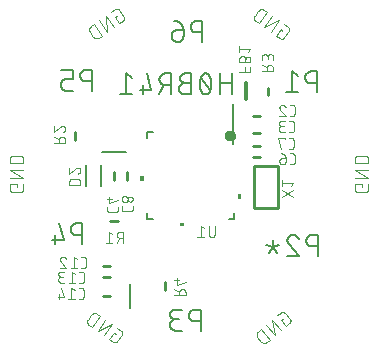
<source format=gbr>
G04 EAGLE Gerber RS-274X export*
G75*
%MOMM*%
%FSLAX34Y34*%
%LPD*%
%INSilkscreen Bottom*%
%IPPOS*%
%AMOC8*
5,1,8,0,0,1.08239X$1,22.5*%
G01*
%ADD10C,0.101600*%
%ADD11C,0.152400*%
%ADD12C,0.076200*%
%ADD13C,0.254000*%
%ADD14C,0.304800*%
%ADD15C,0.406400*%
%ADD16C,0.150000*%

G36*
X-38543Y144694D02*
X-38543Y144694D01*
X-38540Y144693D01*
X-38497Y144713D01*
X-38454Y144731D01*
X-38453Y144733D01*
X-38451Y144734D01*
X-38418Y144819D01*
X-38418Y148629D01*
X-38419Y148631D01*
X-38418Y148633D01*
X-38438Y148676D01*
X-38457Y148720D01*
X-38459Y148720D01*
X-38460Y148722D01*
X-38545Y148755D01*
X-41085Y148755D01*
X-41087Y148754D01*
X-41089Y148755D01*
X-41132Y148735D01*
X-41175Y148717D01*
X-41176Y148715D01*
X-41178Y148714D01*
X-41211Y148629D01*
X-41211Y144819D01*
X-41210Y144817D01*
X-41211Y144815D01*
X-41191Y144772D01*
X-41172Y144728D01*
X-41170Y144728D01*
X-41169Y144726D01*
X-41085Y144693D01*
X-38545Y144693D01*
X-38543Y144694D01*
G37*
G36*
X44262Y129691D02*
X44262Y129691D01*
X44264Y129690D01*
X44307Y129710D01*
X44350Y129728D01*
X44351Y129730D01*
X44353Y129731D01*
X44386Y129816D01*
X44386Y133626D01*
X44385Y133628D01*
X44386Y133630D01*
X44366Y133673D01*
X44347Y133717D01*
X44345Y133717D01*
X44344Y133719D01*
X44260Y133752D01*
X41720Y133752D01*
X41718Y133751D01*
X41715Y133752D01*
X41672Y133732D01*
X41629Y133714D01*
X41628Y133712D01*
X41626Y133711D01*
X41593Y133626D01*
X41593Y129816D01*
X41594Y129814D01*
X41593Y129812D01*
X41613Y129769D01*
X41632Y129725D01*
X41634Y129725D01*
X41635Y129723D01*
X41720Y129690D01*
X44260Y129690D01*
X44262Y129691D01*
G37*
G36*
X-4008Y106428D02*
X-4008Y106428D01*
X-4005Y106427D01*
X-3962Y106447D01*
X-3919Y106465D01*
X-3918Y106467D01*
X-3916Y106468D01*
X-3883Y106553D01*
X-3883Y109093D01*
X-3884Y109095D01*
X-3883Y109097D01*
X-3903Y109140D01*
X-3922Y109184D01*
X-3924Y109184D01*
X-3925Y109186D01*
X-4010Y109219D01*
X-7820Y109219D01*
X-7822Y109218D01*
X-7824Y109219D01*
X-7867Y109199D01*
X-7910Y109181D01*
X-7911Y109179D01*
X-7913Y109178D01*
X-7946Y109093D01*
X-7946Y106553D01*
X-7945Y106551D01*
X-7946Y106549D01*
X-7926Y106506D01*
X-7907Y106462D01*
X-7905Y106462D01*
X-7904Y106460D01*
X-7820Y106427D01*
X-4010Y106427D01*
X-4008Y106428D01*
G37*
D10*
X146699Y139919D02*
X146699Y141866D01*
X140208Y141866D01*
X140208Y137971D01*
X140210Y137872D01*
X140216Y137772D01*
X140225Y137673D01*
X140238Y137575D01*
X140255Y137477D01*
X140276Y137379D01*
X140301Y137283D01*
X140329Y137188D01*
X140361Y137094D01*
X140396Y137001D01*
X140435Y136909D01*
X140478Y136819D01*
X140523Y136731D01*
X140573Y136644D01*
X140625Y136560D01*
X140681Y136477D01*
X140739Y136397D01*
X140801Y136319D01*
X140866Y136244D01*
X140934Y136171D01*
X141004Y136101D01*
X141077Y136033D01*
X141152Y135968D01*
X141230Y135906D01*
X141310Y135848D01*
X141393Y135792D01*
X141477Y135740D01*
X141564Y135690D01*
X141652Y135645D01*
X141742Y135602D01*
X141834Y135563D01*
X141927Y135528D01*
X142021Y135496D01*
X142116Y135468D01*
X142212Y135443D01*
X142310Y135422D01*
X142408Y135405D01*
X142506Y135392D01*
X142605Y135383D01*
X142705Y135377D01*
X142804Y135375D01*
X149296Y135375D01*
X149395Y135377D01*
X149495Y135383D01*
X149594Y135392D01*
X149692Y135405D01*
X149790Y135422D01*
X149888Y135443D01*
X149984Y135468D01*
X150079Y135496D01*
X150173Y135528D01*
X150266Y135563D01*
X150358Y135602D01*
X150448Y135645D01*
X150536Y135690D01*
X150623Y135740D01*
X150707Y135792D01*
X150790Y135848D01*
X150870Y135906D01*
X150948Y135968D01*
X151023Y136033D01*
X151096Y136101D01*
X151166Y136171D01*
X151234Y136244D01*
X151299Y136319D01*
X151361Y136397D01*
X151419Y136477D01*
X151475Y136560D01*
X151527Y136644D01*
X151577Y136731D01*
X151622Y136819D01*
X151665Y136909D01*
X151704Y137001D01*
X151739Y137093D01*
X151771Y137188D01*
X151799Y137283D01*
X151824Y137379D01*
X151845Y137477D01*
X151862Y137575D01*
X151875Y137673D01*
X151884Y137772D01*
X151890Y137872D01*
X151892Y137971D01*
X151892Y141866D01*
X151892Y147567D02*
X140208Y147567D01*
X140208Y154058D02*
X151892Y147567D01*
X151892Y154058D02*
X140208Y154058D01*
X140208Y159759D02*
X151892Y159759D01*
X151892Y163004D01*
X151890Y163117D01*
X151884Y163230D01*
X151874Y163343D01*
X151860Y163456D01*
X151843Y163568D01*
X151821Y163679D01*
X151796Y163789D01*
X151766Y163899D01*
X151733Y164007D01*
X151696Y164114D01*
X151656Y164220D01*
X151611Y164324D01*
X151563Y164427D01*
X151512Y164528D01*
X151457Y164627D01*
X151399Y164724D01*
X151337Y164819D01*
X151272Y164912D01*
X151204Y165002D01*
X151133Y165090D01*
X151058Y165176D01*
X150981Y165259D01*
X150901Y165339D01*
X150818Y165416D01*
X150732Y165491D01*
X150644Y165562D01*
X150554Y165630D01*
X150461Y165695D01*
X150366Y165757D01*
X150269Y165815D01*
X150170Y165870D01*
X150069Y165921D01*
X149966Y165969D01*
X149862Y166014D01*
X149756Y166054D01*
X149649Y166091D01*
X149541Y166124D01*
X149431Y166154D01*
X149321Y166179D01*
X149210Y166201D01*
X149098Y166218D01*
X148985Y166232D01*
X148872Y166242D01*
X148759Y166248D01*
X148646Y166250D01*
X143454Y166250D01*
X143341Y166248D01*
X143228Y166242D01*
X143115Y166232D01*
X143002Y166218D01*
X142890Y166201D01*
X142779Y166179D01*
X142669Y166154D01*
X142559Y166124D01*
X142451Y166091D01*
X142344Y166054D01*
X142238Y166014D01*
X142134Y165969D01*
X142031Y165921D01*
X141930Y165870D01*
X141831Y165815D01*
X141734Y165757D01*
X141639Y165695D01*
X141546Y165630D01*
X141456Y165562D01*
X141368Y165491D01*
X141282Y165416D01*
X141199Y165339D01*
X141119Y165259D01*
X141042Y165176D01*
X140967Y165090D01*
X140896Y165002D01*
X140828Y164912D01*
X140763Y164819D01*
X140701Y164724D01*
X140643Y164627D01*
X140588Y164528D01*
X140537Y164427D01*
X140489Y164324D01*
X140444Y164220D01*
X140404Y164114D01*
X140367Y164007D01*
X140334Y163899D01*
X140304Y163789D01*
X140279Y163679D01*
X140257Y163568D01*
X140240Y163456D01*
X140226Y163343D01*
X140216Y163230D01*
X140210Y163117D01*
X140208Y163004D01*
X140208Y159759D01*
X79365Y28137D02*
X77874Y26885D01*
X82046Y21913D01*
X85030Y24416D01*
X85105Y24482D01*
X85177Y24550D01*
X85247Y24621D01*
X85314Y24694D01*
X85378Y24770D01*
X85439Y24849D01*
X85497Y24930D01*
X85552Y25013D01*
X85604Y25097D01*
X85652Y25184D01*
X85697Y25273D01*
X85739Y25363D01*
X85777Y25455D01*
X85812Y25548D01*
X85843Y25643D01*
X85870Y25738D01*
X85894Y25835D01*
X85914Y25932D01*
X85930Y26031D01*
X85942Y26129D01*
X85951Y26228D01*
X85956Y26328D01*
X85957Y26427D01*
X85954Y26527D01*
X85948Y26626D01*
X85937Y26725D01*
X85923Y26823D01*
X85905Y26921D01*
X85884Y27018D01*
X85858Y27114D01*
X85829Y27209D01*
X85797Y27303D01*
X85760Y27396D01*
X85721Y27487D01*
X85678Y27577D01*
X85631Y27665D01*
X85581Y27751D01*
X85528Y27835D01*
X85472Y27917D01*
X85412Y27996D01*
X85350Y28074D01*
X81177Y33047D01*
X81112Y33122D01*
X81044Y33195D01*
X80973Y33264D01*
X80899Y33331D01*
X80823Y33396D01*
X80745Y33457D01*
X80664Y33515D01*
X80581Y33570D01*
X80496Y33622D01*
X80409Y33670D01*
X80320Y33715D01*
X80230Y33757D01*
X80138Y33795D01*
X80045Y33830D01*
X79950Y33861D01*
X79855Y33888D01*
X79758Y33912D01*
X79661Y33932D01*
X79563Y33948D01*
X79464Y33960D01*
X79365Y33969D01*
X79265Y33974D01*
X79166Y33975D01*
X79066Y33972D01*
X78967Y33966D01*
X78868Y33955D01*
X78770Y33941D01*
X78672Y33923D01*
X78575Y33902D01*
X78479Y33876D01*
X78383Y33847D01*
X78289Y33815D01*
X78197Y33778D01*
X78106Y33739D01*
X78016Y33695D01*
X77928Y33649D01*
X77842Y33599D01*
X77758Y33546D01*
X77676Y33489D01*
X77596Y33430D01*
X77519Y33367D01*
X74536Y30863D01*
X70169Y27199D02*
X77679Y18248D01*
X72707Y14076D02*
X70169Y27199D01*
X65196Y23026D02*
X72707Y14076D01*
X68339Y10412D02*
X60829Y19362D01*
X58343Y17276D01*
X58343Y17277D02*
X58257Y17202D01*
X58174Y17125D01*
X58094Y17045D01*
X58017Y16962D01*
X57942Y16877D01*
X57871Y16788D01*
X57803Y16698D01*
X57738Y16605D01*
X57676Y16510D01*
X57618Y16413D01*
X57563Y16314D01*
X57512Y16213D01*
X57464Y16110D01*
X57419Y16006D01*
X57379Y15900D01*
X57342Y15793D01*
X57309Y15685D01*
X57279Y15575D01*
X57254Y15465D01*
X57232Y15354D01*
X57215Y15242D01*
X57201Y15129D01*
X57191Y15016D01*
X57185Y14903D01*
X57183Y14790D01*
X57185Y14677D01*
X57191Y14564D01*
X57201Y14451D01*
X57215Y14338D01*
X57232Y14226D01*
X57254Y14115D01*
X57279Y14005D01*
X57309Y13895D01*
X57342Y13787D01*
X57379Y13680D01*
X57419Y13574D01*
X57464Y13470D01*
X57512Y13367D01*
X57563Y13266D01*
X57618Y13167D01*
X57676Y13070D01*
X57738Y12975D01*
X57803Y12882D01*
X57871Y12792D01*
X57942Y12704D01*
X57943Y12703D02*
X61281Y8725D01*
X61280Y8725D02*
X61355Y8639D01*
X61432Y8556D01*
X61512Y8476D01*
X61595Y8399D01*
X61681Y8324D01*
X61769Y8253D01*
X61859Y8185D01*
X61952Y8120D01*
X62047Y8058D01*
X62144Y8000D01*
X62243Y7945D01*
X62344Y7894D01*
X62447Y7846D01*
X62551Y7801D01*
X62657Y7761D01*
X62764Y7724D01*
X62872Y7691D01*
X62982Y7661D01*
X63092Y7636D01*
X63203Y7614D01*
X63315Y7597D01*
X63428Y7583D01*
X63541Y7573D01*
X63654Y7567D01*
X63767Y7565D01*
X63880Y7567D01*
X63993Y7573D01*
X64106Y7583D01*
X64219Y7597D01*
X64331Y7614D01*
X64442Y7636D01*
X64552Y7661D01*
X64662Y7691D01*
X64770Y7724D01*
X64877Y7761D01*
X64983Y7801D01*
X65087Y7846D01*
X65190Y7894D01*
X65291Y7945D01*
X65390Y8000D01*
X65487Y8058D01*
X65582Y8120D01*
X65675Y8185D01*
X65765Y8253D01*
X65854Y8324D01*
X65853Y8325D02*
X68339Y10412D01*
X-62142Y14921D02*
X-63737Y16038D01*
X-67460Y10721D01*
X-64270Y8487D01*
X-64269Y8487D02*
X-64186Y8432D01*
X-64102Y8380D01*
X-64015Y8331D01*
X-63927Y8285D01*
X-63837Y8243D01*
X-63745Y8204D01*
X-63652Y8169D01*
X-63558Y8137D01*
X-63463Y8109D01*
X-63366Y8085D01*
X-63269Y8064D01*
X-63171Y8048D01*
X-63072Y8035D01*
X-62973Y8025D01*
X-62874Y8020D01*
X-62774Y8018D01*
X-62675Y8020D01*
X-62576Y8026D01*
X-62477Y8036D01*
X-62378Y8049D01*
X-62280Y8067D01*
X-62183Y8088D01*
X-62087Y8112D01*
X-61991Y8141D01*
X-61897Y8173D01*
X-61804Y8208D01*
X-61713Y8247D01*
X-61623Y8290D01*
X-61535Y8336D01*
X-61449Y8385D01*
X-61364Y8438D01*
X-61282Y8494D01*
X-61202Y8553D01*
X-61124Y8615D01*
X-61049Y8680D01*
X-60976Y8747D01*
X-60906Y8818D01*
X-60838Y8891D01*
X-60774Y8967D01*
X-60712Y9045D01*
X-60653Y9125D01*
X-60653Y9124D02*
X-56930Y14441D01*
X-56930Y14442D02*
X-56875Y14525D01*
X-56823Y14609D01*
X-56774Y14696D01*
X-56728Y14784D01*
X-56686Y14874D01*
X-56647Y14966D01*
X-56612Y15059D01*
X-56580Y15153D01*
X-56552Y15248D01*
X-56528Y15345D01*
X-56507Y15442D01*
X-56491Y15540D01*
X-56478Y15639D01*
X-56468Y15738D01*
X-56463Y15837D01*
X-56461Y15937D01*
X-56463Y16036D01*
X-56469Y16135D01*
X-56479Y16234D01*
X-56492Y16333D01*
X-56510Y16431D01*
X-56531Y16528D01*
X-56555Y16624D01*
X-56584Y16720D01*
X-56616Y16814D01*
X-56651Y16907D01*
X-56690Y16998D01*
X-56733Y17088D01*
X-56779Y17176D01*
X-56828Y17262D01*
X-56881Y17347D01*
X-56937Y17429D01*
X-56996Y17509D01*
X-57058Y17587D01*
X-57123Y17662D01*
X-57190Y17735D01*
X-57261Y17805D01*
X-57334Y17873D01*
X-57410Y17937D01*
X-57488Y17999D01*
X-57568Y18058D01*
X-60758Y20292D01*
X-65428Y23561D02*
X-72130Y13990D01*
X-77447Y17714D02*
X-65428Y23561D01*
X-70745Y27285D02*
X-77447Y17714D01*
X-82117Y20983D02*
X-75415Y30554D01*
X-78074Y32416D01*
X-78168Y32479D01*
X-78264Y32539D01*
X-78362Y32596D01*
X-78462Y32649D01*
X-78564Y32699D01*
X-78668Y32745D01*
X-78773Y32787D01*
X-78879Y32826D01*
X-78987Y32861D01*
X-79096Y32892D01*
X-79206Y32920D01*
X-79317Y32943D01*
X-79428Y32963D01*
X-79540Y32979D01*
X-79653Y32991D01*
X-79766Y32999D01*
X-79879Y33003D01*
X-79993Y33003D01*
X-80106Y32999D01*
X-80219Y32991D01*
X-80332Y32979D01*
X-80444Y32963D01*
X-80555Y32943D01*
X-80666Y32920D01*
X-80776Y32892D01*
X-80885Y32861D01*
X-80993Y32826D01*
X-81099Y32787D01*
X-81204Y32745D01*
X-81308Y32699D01*
X-81410Y32649D01*
X-81510Y32596D01*
X-81608Y32539D01*
X-81704Y32479D01*
X-81798Y32416D01*
X-81889Y32349D01*
X-81979Y32280D01*
X-82066Y32207D01*
X-82150Y32131D01*
X-82231Y32052D01*
X-82310Y31971D01*
X-82386Y31887D01*
X-82459Y31800D01*
X-82528Y31711D01*
X-82595Y31619D01*
X-82594Y31619D02*
X-85573Y27365D01*
X-85573Y27366D02*
X-85636Y27272D01*
X-85696Y27176D01*
X-85753Y27078D01*
X-85806Y26978D01*
X-85856Y26876D01*
X-85902Y26772D01*
X-85944Y26667D01*
X-85983Y26561D01*
X-86018Y26453D01*
X-86049Y26344D01*
X-86077Y26234D01*
X-86100Y26123D01*
X-86120Y26012D01*
X-86136Y25900D01*
X-86148Y25787D01*
X-86156Y25674D01*
X-86160Y25561D01*
X-86160Y25447D01*
X-86156Y25334D01*
X-86148Y25221D01*
X-86136Y25108D01*
X-86120Y24996D01*
X-86100Y24885D01*
X-86077Y24774D01*
X-86049Y24664D01*
X-86018Y24555D01*
X-85983Y24447D01*
X-85944Y24341D01*
X-85902Y24236D01*
X-85856Y24132D01*
X-85806Y24030D01*
X-85753Y23930D01*
X-85696Y23832D01*
X-85636Y23736D01*
X-85573Y23642D01*
X-85506Y23550D01*
X-85437Y23461D01*
X-85364Y23374D01*
X-85288Y23290D01*
X-85209Y23209D01*
X-85128Y23130D01*
X-85044Y23054D01*
X-84957Y22981D01*
X-84867Y22912D01*
X-84776Y22845D01*
X-82117Y20983D01*
X-145401Y139919D02*
X-145401Y141866D01*
X-151892Y141866D01*
X-151892Y137971D01*
X-151890Y137872D01*
X-151884Y137772D01*
X-151875Y137673D01*
X-151862Y137575D01*
X-151845Y137477D01*
X-151824Y137379D01*
X-151799Y137283D01*
X-151771Y137188D01*
X-151739Y137094D01*
X-151704Y137001D01*
X-151665Y136909D01*
X-151622Y136819D01*
X-151577Y136731D01*
X-151527Y136644D01*
X-151475Y136560D01*
X-151419Y136477D01*
X-151361Y136397D01*
X-151299Y136319D01*
X-151234Y136244D01*
X-151166Y136171D01*
X-151096Y136101D01*
X-151023Y136033D01*
X-150948Y135968D01*
X-150870Y135906D01*
X-150790Y135848D01*
X-150707Y135792D01*
X-150623Y135740D01*
X-150536Y135690D01*
X-150448Y135645D01*
X-150358Y135602D01*
X-150266Y135563D01*
X-150173Y135528D01*
X-150079Y135496D01*
X-149984Y135468D01*
X-149888Y135443D01*
X-149790Y135422D01*
X-149692Y135405D01*
X-149594Y135392D01*
X-149495Y135383D01*
X-149395Y135377D01*
X-149296Y135375D01*
X-142804Y135375D01*
X-142705Y135377D01*
X-142605Y135383D01*
X-142506Y135392D01*
X-142408Y135405D01*
X-142310Y135423D01*
X-142212Y135443D01*
X-142116Y135468D01*
X-142020Y135496D01*
X-141926Y135528D01*
X-141833Y135563D01*
X-141742Y135602D01*
X-141652Y135645D01*
X-141563Y135690D01*
X-141477Y135740D01*
X-141392Y135792D01*
X-141310Y135848D01*
X-141230Y135907D01*
X-141152Y135968D01*
X-141076Y136033D01*
X-141003Y136101D01*
X-140933Y136171D01*
X-140865Y136244D01*
X-140800Y136320D01*
X-140739Y136398D01*
X-140680Y136478D01*
X-140624Y136560D01*
X-140572Y136645D01*
X-140523Y136731D01*
X-140477Y136820D01*
X-140434Y136910D01*
X-140395Y137001D01*
X-140360Y137094D01*
X-140328Y137188D01*
X-140300Y137284D01*
X-140275Y137380D01*
X-140255Y137478D01*
X-140237Y137576D01*
X-140224Y137674D01*
X-140215Y137773D01*
X-140209Y137872D01*
X-140207Y137972D01*
X-140208Y137971D02*
X-140208Y141866D01*
X-140208Y147567D02*
X-151892Y147567D01*
X-151892Y154058D02*
X-140208Y147567D01*
X-140208Y154058D02*
X-151892Y154058D01*
X-151892Y159759D02*
X-140208Y159759D01*
X-140208Y163004D01*
X-140210Y163117D01*
X-140216Y163230D01*
X-140226Y163343D01*
X-140240Y163456D01*
X-140257Y163568D01*
X-140279Y163679D01*
X-140304Y163789D01*
X-140334Y163899D01*
X-140367Y164007D01*
X-140404Y164114D01*
X-140444Y164220D01*
X-140489Y164324D01*
X-140537Y164427D01*
X-140588Y164528D01*
X-140643Y164627D01*
X-140701Y164724D01*
X-140763Y164819D01*
X-140828Y164912D01*
X-140896Y165002D01*
X-140967Y165090D01*
X-141042Y165176D01*
X-141119Y165259D01*
X-141199Y165339D01*
X-141282Y165416D01*
X-141368Y165491D01*
X-141456Y165562D01*
X-141546Y165630D01*
X-141639Y165695D01*
X-141734Y165757D01*
X-141831Y165815D01*
X-141930Y165870D01*
X-142031Y165921D01*
X-142134Y165969D01*
X-142238Y166014D01*
X-142344Y166054D01*
X-142451Y166091D01*
X-142559Y166124D01*
X-142669Y166154D01*
X-142779Y166179D01*
X-142890Y166201D01*
X-143002Y166218D01*
X-143115Y166232D01*
X-143228Y166242D01*
X-143341Y166248D01*
X-143454Y166250D01*
X-148646Y166250D01*
X-148646Y166251D02*
X-148759Y166249D01*
X-148872Y166243D01*
X-148985Y166233D01*
X-149098Y166219D01*
X-149210Y166202D01*
X-149321Y166180D01*
X-149431Y166155D01*
X-149541Y166125D01*
X-149649Y166092D01*
X-149756Y166055D01*
X-149862Y166015D01*
X-149966Y165970D01*
X-150069Y165922D01*
X-150170Y165871D01*
X-150269Y165816D01*
X-150366Y165758D01*
X-150461Y165696D01*
X-150554Y165631D01*
X-150644Y165563D01*
X-150732Y165492D01*
X-150818Y165417D01*
X-150901Y165340D01*
X-150981Y165260D01*
X-151058Y165177D01*
X-151133Y165091D01*
X-151204Y165003D01*
X-151272Y164913D01*
X-151337Y164820D01*
X-151399Y164725D01*
X-151457Y164628D01*
X-151512Y164529D01*
X-151563Y164428D01*
X-151611Y164325D01*
X-151656Y164221D01*
X-151696Y164115D01*
X-151733Y164008D01*
X-151766Y163900D01*
X-151796Y163790D01*
X-151821Y163680D01*
X-151843Y163569D01*
X-151860Y163457D01*
X-151874Y163344D01*
X-151884Y163231D01*
X-151890Y163118D01*
X-151892Y163005D01*
X-151892Y163004D02*
X-151892Y159759D01*
D11*
X108186Y219710D02*
X108186Y237490D01*
X103248Y237490D01*
X103108Y237488D01*
X102969Y237482D01*
X102829Y237472D01*
X102690Y237458D01*
X102551Y237441D01*
X102413Y237419D01*
X102276Y237393D01*
X102139Y237364D01*
X102003Y237331D01*
X101869Y237294D01*
X101735Y237253D01*
X101603Y237208D01*
X101471Y237159D01*
X101342Y237107D01*
X101214Y237052D01*
X101087Y236992D01*
X100962Y236929D01*
X100839Y236863D01*
X100718Y236793D01*
X100599Y236720D01*
X100482Y236643D01*
X100368Y236563D01*
X100255Y236480D01*
X100145Y236394D01*
X100038Y236304D01*
X99933Y236212D01*
X99831Y236117D01*
X99731Y236019D01*
X99634Y235918D01*
X99540Y235814D01*
X99450Y235708D01*
X99362Y235599D01*
X99277Y235488D01*
X99196Y235374D01*
X99117Y235259D01*
X99042Y235141D01*
X98971Y235021D01*
X98903Y234898D01*
X98838Y234775D01*
X98777Y234649D01*
X98719Y234521D01*
X98665Y234393D01*
X98615Y234262D01*
X98568Y234130D01*
X98525Y233997D01*
X98486Y233863D01*
X98451Y233728D01*
X98420Y233592D01*
X98392Y233454D01*
X98369Y233317D01*
X98349Y233178D01*
X98333Y233039D01*
X98321Y232900D01*
X98313Y232761D01*
X98309Y232621D01*
X98309Y232481D01*
X98313Y232341D01*
X98321Y232202D01*
X98333Y232063D01*
X98349Y231924D01*
X98369Y231785D01*
X98392Y231648D01*
X98420Y231510D01*
X98451Y231374D01*
X98486Y231239D01*
X98525Y231105D01*
X98568Y230972D01*
X98615Y230840D01*
X98665Y230709D01*
X98719Y230581D01*
X98777Y230453D01*
X98838Y230327D01*
X98903Y230204D01*
X98971Y230081D01*
X99042Y229961D01*
X99117Y229843D01*
X99196Y229728D01*
X99277Y229614D01*
X99362Y229503D01*
X99450Y229394D01*
X99540Y229288D01*
X99634Y229184D01*
X99731Y229083D01*
X99831Y228985D01*
X99933Y228890D01*
X100038Y228798D01*
X100145Y228708D01*
X100255Y228622D01*
X100368Y228539D01*
X100482Y228459D01*
X100599Y228382D01*
X100718Y228309D01*
X100839Y228239D01*
X100962Y228173D01*
X101087Y228110D01*
X101214Y228050D01*
X101342Y227995D01*
X101471Y227943D01*
X101603Y227894D01*
X101735Y227849D01*
X101869Y227808D01*
X102003Y227771D01*
X102139Y227738D01*
X102276Y227709D01*
X102413Y227683D01*
X102551Y227661D01*
X102690Y227644D01*
X102829Y227630D01*
X102969Y227620D01*
X103108Y227614D01*
X103248Y227612D01*
X108186Y227612D01*
X92191Y233539D02*
X87252Y237490D01*
X87252Y219710D01*
X82314Y219710D02*
X92191Y219710D01*
X109150Y99378D02*
X109150Y81598D01*
X109150Y99378D02*
X104211Y99378D01*
X104071Y99376D01*
X103932Y99370D01*
X103792Y99360D01*
X103653Y99346D01*
X103514Y99329D01*
X103376Y99307D01*
X103239Y99281D01*
X103102Y99252D01*
X102966Y99219D01*
X102832Y99182D01*
X102698Y99141D01*
X102566Y99096D01*
X102434Y99047D01*
X102305Y98995D01*
X102177Y98940D01*
X102050Y98880D01*
X101925Y98817D01*
X101802Y98751D01*
X101681Y98681D01*
X101562Y98608D01*
X101445Y98531D01*
X101331Y98451D01*
X101218Y98368D01*
X101108Y98282D01*
X101001Y98192D01*
X100896Y98100D01*
X100794Y98005D01*
X100694Y97907D01*
X100597Y97806D01*
X100503Y97702D01*
X100413Y97596D01*
X100325Y97487D01*
X100240Y97376D01*
X100159Y97262D01*
X100080Y97147D01*
X100005Y97029D01*
X99934Y96908D01*
X99866Y96786D01*
X99801Y96663D01*
X99740Y96537D01*
X99682Y96409D01*
X99628Y96281D01*
X99578Y96150D01*
X99531Y96018D01*
X99488Y95885D01*
X99449Y95751D01*
X99414Y95616D01*
X99383Y95480D01*
X99355Y95342D01*
X99332Y95205D01*
X99312Y95066D01*
X99296Y94927D01*
X99284Y94788D01*
X99276Y94649D01*
X99272Y94509D01*
X99272Y94369D01*
X99276Y94229D01*
X99284Y94090D01*
X99296Y93951D01*
X99312Y93812D01*
X99332Y93673D01*
X99355Y93536D01*
X99383Y93398D01*
X99414Y93262D01*
X99449Y93127D01*
X99488Y92993D01*
X99531Y92860D01*
X99578Y92728D01*
X99628Y92597D01*
X99682Y92469D01*
X99740Y92341D01*
X99801Y92215D01*
X99866Y92092D01*
X99934Y91969D01*
X100005Y91849D01*
X100080Y91731D01*
X100159Y91616D01*
X100240Y91502D01*
X100325Y91391D01*
X100413Y91282D01*
X100503Y91176D01*
X100597Y91072D01*
X100694Y90971D01*
X100794Y90873D01*
X100896Y90778D01*
X101001Y90686D01*
X101108Y90596D01*
X101218Y90510D01*
X101331Y90427D01*
X101445Y90347D01*
X101562Y90270D01*
X101681Y90197D01*
X101802Y90127D01*
X101925Y90061D01*
X102050Y89998D01*
X102177Y89938D01*
X102305Y89883D01*
X102434Y89831D01*
X102566Y89782D01*
X102698Y89737D01*
X102832Y89696D01*
X102966Y89659D01*
X103102Y89626D01*
X103239Y89597D01*
X103376Y89571D01*
X103514Y89549D01*
X103653Y89532D01*
X103792Y89518D01*
X103932Y89508D01*
X104071Y89502D01*
X104211Y89500D01*
X109150Y89500D01*
X87722Y99378D02*
X87590Y99376D01*
X87459Y99370D01*
X87327Y99360D01*
X87196Y99347D01*
X87066Y99329D01*
X86936Y99308D01*
X86806Y99283D01*
X86678Y99254D01*
X86550Y99221D01*
X86424Y99184D01*
X86298Y99144D01*
X86174Y99100D01*
X86051Y99052D01*
X85930Y99001D01*
X85810Y98946D01*
X85692Y98888D01*
X85576Y98826D01*
X85462Y98760D01*
X85349Y98692D01*
X85239Y98620D01*
X85131Y98545D01*
X85025Y98466D01*
X84921Y98385D01*
X84820Y98300D01*
X84722Y98213D01*
X84626Y98122D01*
X84533Y98029D01*
X84442Y97933D01*
X84355Y97835D01*
X84270Y97734D01*
X84189Y97630D01*
X84110Y97524D01*
X84035Y97416D01*
X83963Y97306D01*
X83895Y97193D01*
X83829Y97079D01*
X83767Y96963D01*
X83709Y96845D01*
X83654Y96725D01*
X83603Y96604D01*
X83555Y96481D01*
X83511Y96357D01*
X83471Y96231D01*
X83434Y96105D01*
X83401Y95977D01*
X83372Y95849D01*
X83347Y95719D01*
X83326Y95589D01*
X83308Y95459D01*
X83295Y95328D01*
X83285Y95196D01*
X83279Y95065D01*
X83277Y94933D01*
X87722Y99378D02*
X87872Y99376D01*
X88021Y99370D01*
X88170Y99360D01*
X88319Y99347D01*
X88468Y99329D01*
X88616Y99308D01*
X88764Y99282D01*
X88910Y99253D01*
X89056Y99220D01*
X89201Y99183D01*
X89345Y99142D01*
X89488Y99098D01*
X89630Y99050D01*
X89770Y98998D01*
X89909Y98943D01*
X90047Y98884D01*
X90182Y98821D01*
X90317Y98755D01*
X90449Y98685D01*
X90579Y98612D01*
X90708Y98535D01*
X90835Y98455D01*
X90959Y98372D01*
X91081Y98286D01*
X91201Y98196D01*
X91318Y98103D01*
X91433Y98008D01*
X91546Y97909D01*
X91656Y97807D01*
X91763Y97703D01*
X91867Y97596D01*
X91969Y97486D01*
X92067Y97373D01*
X92163Y97258D01*
X92255Y97140D01*
X92345Y97020D01*
X92431Y96898D01*
X92514Y96774D01*
X92594Y96647D01*
X92670Y96519D01*
X92743Y96388D01*
X92813Y96255D01*
X92879Y96121D01*
X92941Y95985D01*
X93000Y95848D01*
X93056Y95709D01*
X93107Y95568D01*
X93155Y95427D01*
X84760Y91476D02*
X84664Y91569D01*
X84572Y91665D01*
X84482Y91764D01*
X84395Y91865D01*
X84311Y91968D01*
X84229Y92073D01*
X84151Y92181D01*
X84076Y92291D01*
X84003Y92403D01*
X83934Y92517D01*
X83868Y92633D01*
X83806Y92751D01*
X83747Y92870D01*
X83691Y92991D01*
X83638Y93114D01*
X83589Y93238D01*
X83544Y93363D01*
X83501Y93490D01*
X83463Y93617D01*
X83428Y93746D01*
X83397Y93875D01*
X83369Y94006D01*
X83345Y94137D01*
X83324Y94269D01*
X83308Y94401D01*
X83295Y94534D01*
X83285Y94667D01*
X83280Y94800D01*
X83278Y94933D01*
X84759Y91475D02*
X93155Y81598D01*
X83277Y81598D01*
X70908Y88512D02*
X70908Y94439D01*
X70908Y88512D02*
X67450Y84067D01*
X70908Y88512D02*
X74365Y84067D01*
X70908Y88512D02*
X65475Y90488D01*
X70908Y88512D02*
X76340Y90488D01*
X9761Y35878D02*
X9761Y18098D01*
X9761Y35878D02*
X4823Y35878D01*
X4683Y35876D01*
X4544Y35870D01*
X4404Y35860D01*
X4265Y35846D01*
X4126Y35829D01*
X3988Y35807D01*
X3851Y35781D01*
X3714Y35752D01*
X3578Y35719D01*
X3444Y35682D01*
X3310Y35641D01*
X3178Y35596D01*
X3046Y35547D01*
X2917Y35495D01*
X2789Y35440D01*
X2662Y35380D01*
X2537Y35317D01*
X2414Y35251D01*
X2293Y35181D01*
X2174Y35108D01*
X2057Y35031D01*
X1943Y34951D01*
X1830Y34868D01*
X1720Y34782D01*
X1613Y34692D01*
X1508Y34600D01*
X1406Y34505D01*
X1306Y34407D01*
X1209Y34306D01*
X1115Y34202D01*
X1025Y34096D01*
X937Y33987D01*
X852Y33876D01*
X771Y33762D01*
X692Y33647D01*
X617Y33529D01*
X546Y33408D01*
X478Y33286D01*
X413Y33163D01*
X352Y33037D01*
X294Y32909D01*
X240Y32781D01*
X190Y32650D01*
X143Y32518D01*
X100Y32385D01*
X61Y32251D01*
X26Y32116D01*
X-5Y31980D01*
X-33Y31842D01*
X-56Y31705D01*
X-76Y31566D01*
X-92Y31427D01*
X-104Y31288D01*
X-112Y31149D01*
X-116Y31009D01*
X-116Y30869D01*
X-112Y30729D01*
X-104Y30590D01*
X-92Y30451D01*
X-76Y30312D01*
X-56Y30173D01*
X-33Y30036D01*
X-5Y29898D01*
X26Y29762D01*
X61Y29627D01*
X100Y29493D01*
X143Y29360D01*
X190Y29228D01*
X240Y29097D01*
X294Y28969D01*
X352Y28841D01*
X413Y28715D01*
X478Y28592D01*
X546Y28469D01*
X617Y28349D01*
X692Y28231D01*
X771Y28116D01*
X852Y28002D01*
X937Y27891D01*
X1025Y27782D01*
X1115Y27676D01*
X1209Y27572D01*
X1306Y27471D01*
X1406Y27373D01*
X1508Y27278D01*
X1613Y27186D01*
X1720Y27096D01*
X1830Y27010D01*
X1943Y26927D01*
X2057Y26847D01*
X2174Y26770D01*
X2293Y26697D01*
X2414Y26627D01*
X2537Y26561D01*
X2662Y26498D01*
X2789Y26438D01*
X2917Y26383D01*
X3046Y26331D01*
X3178Y26282D01*
X3310Y26237D01*
X3444Y26196D01*
X3578Y26159D01*
X3714Y26126D01*
X3851Y26097D01*
X3988Y26071D01*
X4126Y26049D01*
X4265Y26032D01*
X4404Y26018D01*
X4544Y26008D01*
X4683Y26002D01*
X4823Y26000D01*
X9761Y26000D01*
X-6234Y18098D02*
X-11173Y18098D01*
X-11173Y18097D02*
X-11313Y18099D01*
X-11452Y18105D01*
X-11592Y18115D01*
X-11731Y18129D01*
X-11870Y18146D01*
X-12008Y18168D01*
X-12145Y18194D01*
X-12282Y18223D01*
X-12418Y18256D01*
X-12552Y18293D01*
X-12686Y18334D01*
X-12818Y18379D01*
X-12950Y18428D01*
X-13079Y18480D01*
X-13207Y18535D01*
X-13334Y18595D01*
X-13459Y18658D01*
X-13582Y18724D01*
X-13703Y18794D01*
X-13822Y18867D01*
X-13939Y18944D01*
X-14053Y19024D01*
X-14166Y19107D01*
X-14276Y19193D01*
X-14383Y19283D01*
X-14488Y19375D01*
X-14590Y19470D01*
X-14690Y19568D01*
X-14787Y19669D01*
X-14881Y19773D01*
X-14971Y19879D01*
X-15059Y19988D01*
X-15144Y20099D01*
X-15225Y20213D01*
X-15304Y20328D01*
X-15379Y20446D01*
X-15450Y20566D01*
X-15518Y20689D01*
X-15583Y20812D01*
X-15644Y20938D01*
X-15702Y21066D01*
X-15756Y21194D01*
X-15806Y21325D01*
X-15853Y21457D01*
X-15896Y21590D01*
X-15935Y21724D01*
X-15970Y21859D01*
X-16001Y21995D01*
X-16029Y22133D01*
X-16052Y22270D01*
X-16072Y22409D01*
X-16088Y22548D01*
X-16100Y22687D01*
X-16108Y22826D01*
X-16112Y22966D01*
X-16112Y23106D01*
X-16108Y23246D01*
X-16100Y23385D01*
X-16088Y23524D01*
X-16072Y23663D01*
X-16052Y23802D01*
X-16029Y23939D01*
X-16001Y24077D01*
X-15970Y24213D01*
X-15935Y24348D01*
X-15896Y24482D01*
X-15853Y24615D01*
X-15806Y24747D01*
X-15756Y24878D01*
X-15702Y25006D01*
X-15644Y25134D01*
X-15583Y25260D01*
X-15518Y25383D01*
X-15450Y25505D01*
X-15379Y25626D01*
X-15304Y25744D01*
X-15225Y25859D01*
X-15144Y25973D01*
X-15059Y26084D01*
X-14971Y26193D01*
X-14881Y26299D01*
X-14787Y26403D01*
X-14690Y26504D01*
X-14590Y26602D01*
X-14488Y26697D01*
X-14383Y26789D01*
X-14276Y26879D01*
X-14166Y26965D01*
X-14053Y27048D01*
X-13939Y27128D01*
X-13822Y27205D01*
X-13703Y27278D01*
X-13582Y27348D01*
X-13459Y27414D01*
X-13334Y27477D01*
X-13207Y27537D01*
X-13079Y27592D01*
X-12950Y27644D01*
X-12818Y27693D01*
X-12686Y27738D01*
X-12552Y27779D01*
X-12418Y27816D01*
X-12282Y27849D01*
X-12145Y27878D01*
X-12008Y27904D01*
X-11870Y27926D01*
X-11731Y27943D01*
X-11592Y27957D01*
X-11452Y27967D01*
X-11313Y27973D01*
X-11173Y27975D01*
X-12160Y35878D02*
X-6234Y35878D01*
X-12160Y35877D02*
X-12284Y35875D01*
X-12408Y35869D01*
X-12532Y35859D01*
X-12655Y35846D01*
X-12778Y35828D01*
X-12900Y35807D01*
X-13022Y35782D01*
X-13143Y35753D01*
X-13262Y35720D01*
X-13381Y35684D01*
X-13498Y35643D01*
X-13614Y35600D01*
X-13729Y35552D01*
X-13842Y35501D01*
X-13954Y35446D01*
X-14063Y35388D01*
X-14171Y35327D01*
X-14277Y35262D01*
X-14381Y35194D01*
X-14482Y35122D01*
X-14582Y35048D01*
X-14678Y34970D01*
X-14773Y34890D01*
X-14865Y34806D01*
X-14954Y34720D01*
X-15040Y34631D01*
X-15124Y34539D01*
X-15204Y34444D01*
X-15282Y34348D01*
X-15356Y34248D01*
X-15428Y34147D01*
X-15496Y34043D01*
X-15561Y33937D01*
X-15622Y33829D01*
X-15680Y33720D01*
X-15735Y33608D01*
X-15786Y33495D01*
X-15834Y33380D01*
X-15877Y33264D01*
X-15918Y33147D01*
X-15954Y33028D01*
X-15987Y32909D01*
X-16016Y32788D01*
X-16041Y32666D01*
X-16062Y32544D01*
X-16080Y32421D01*
X-16093Y32298D01*
X-16103Y32174D01*
X-16109Y32050D01*
X-16111Y31926D01*
X-16109Y31802D01*
X-16103Y31678D01*
X-16093Y31554D01*
X-16080Y31431D01*
X-16062Y31308D01*
X-16041Y31186D01*
X-16016Y31064D01*
X-15987Y30943D01*
X-15954Y30824D01*
X-15918Y30705D01*
X-15877Y30588D01*
X-15834Y30472D01*
X-15786Y30357D01*
X-15735Y30244D01*
X-15680Y30132D01*
X-15622Y30023D01*
X-15561Y29915D01*
X-15496Y29809D01*
X-15428Y29705D01*
X-15356Y29604D01*
X-15282Y29504D01*
X-15204Y29408D01*
X-15124Y29313D01*
X-15040Y29221D01*
X-14954Y29132D01*
X-14865Y29046D01*
X-14773Y28962D01*
X-14678Y28882D01*
X-14582Y28804D01*
X-14482Y28730D01*
X-14381Y28658D01*
X-14277Y28590D01*
X-14171Y28525D01*
X-14063Y28464D01*
X-13954Y28406D01*
X-13842Y28351D01*
X-13729Y28300D01*
X-13614Y28252D01*
X-13498Y28209D01*
X-13381Y28168D01*
X-13262Y28132D01*
X-13143Y28099D01*
X-13022Y28070D01*
X-12900Y28045D01*
X-12778Y28024D01*
X-12655Y28006D01*
X-12532Y27993D01*
X-12408Y27983D01*
X-12284Y27977D01*
X-12160Y27975D01*
X-8209Y27975D01*
X-90251Y91123D02*
X-90251Y108903D01*
X-95190Y108903D01*
X-95330Y108901D01*
X-95469Y108895D01*
X-95609Y108885D01*
X-95748Y108871D01*
X-95887Y108854D01*
X-96025Y108832D01*
X-96162Y108806D01*
X-96299Y108777D01*
X-96435Y108744D01*
X-96569Y108707D01*
X-96703Y108666D01*
X-96835Y108621D01*
X-96967Y108572D01*
X-97096Y108520D01*
X-97224Y108465D01*
X-97351Y108405D01*
X-97476Y108342D01*
X-97599Y108276D01*
X-97720Y108206D01*
X-97839Y108133D01*
X-97956Y108056D01*
X-98070Y107976D01*
X-98183Y107893D01*
X-98293Y107807D01*
X-98400Y107717D01*
X-98505Y107625D01*
X-98607Y107530D01*
X-98707Y107432D01*
X-98804Y107331D01*
X-98898Y107227D01*
X-98988Y107121D01*
X-99076Y107012D01*
X-99161Y106901D01*
X-99242Y106787D01*
X-99321Y106672D01*
X-99396Y106554D01*
X-99467Y106433D01*
X-99535Y106311D01*
X-99600Y106188D01*
X-99661Y106062D01*
X-99719Y105934D01*
X-99773Y105806D01*
X-99823Y105675D01*
X-99870Y105543D01*
X-99913Y105410D01*
X-99952Y105276D01*
X-99987Y105141D01*
X-100018Y105005D01*
X-100046Y104867D01*
X-100069Y104730D01*
X-100089Y104591D01*
X-100105Y104452D01*
X-100117Y104313D01*
X-100125Y104174D01*
X-100129Y104034D01*
X-100129Y103894D01*
X-100125Y103754D01*
X-100117Y103615D01*
X-100105Y103476D01*
X-100089Y103337D01*
X-100069Y103198D01*
X-100046Y103061D01*
X-100018Y102923D01*
X-99987Y102787D01*
X-99952Y102652D01*
X-99913Y102518D01*
X-99870Y102385D01*
X-99823Y102253D01*
X-99773Y102122D01*
X-99719Y101994D01*
X-99661Y101866D01*
X-99600Y101740D01*
X-99535Y101617D01*
X-99467Y101494D01*
X-99396Y101374D01*
X-99321Y101256D01*
X-99242Y101141D01*
X-99161Y101027D01*
X-99076Y100916D01*
X-98988Y100807D01*
X-98898Y100701D01*
X-98804Y100597D01*
X-98707Y100496D01*
X-98607Y100398D01*
X-98505Y100303D01*
X-98400Y100211D01*
X-98293Y100121D01*
X-98183Y100035D01*
X-98070Y99952D01*
X-97956Y99872D01*
X-97839Y99795D01*
X-97720Y99722D01*
X-97599Y99652D01*
X-97476Y99586D01*
X-97351Y99523D01*
X-97224Y99463D01*
X-97096Y99408D01*
X-96967Y99356D01*
X-96835Y99307D01*
X-96703Y99262D01*
X-96569Y99221D01*
X-96435Y99184D01*
X-96299Y99151D01*
X-96162Y99122D01*
X-96025Y99096D01*
X-95887Y99074D01*
X-95748Y99057D01*
X-95609Y99043D01*
X-95469Y99033D01*
X-95330Y99027D01*
X-95190Y99025D01*
X-90251Y99025D01*
X-106246Y95074D02*
X-110197Y108903D01*
X-106246Y95074D02*
X-116124Y95074D01*
X-113161Y99025D02*
X-113161Y91123D01*
X-82314Y221298D02*
X-82314Y239078D01*
X-87253Y239078D01*
X-87393Y239076D01*
X-87532Y239070D01*
X-87672Y239060D01*
X-87811Y239046D01*
X-87950Y239029D01*
X-88088Y239007D01*
X-88225Y238981D01*
X-88362Y238952D01*
X-88498Y238919D01*
X-88632Y238882D01*
X-88766Y238841D01*
X-88898Y238796D01*
X-89030Y238747D01*
X-89159Y238695D01*
X-89287Y238640D01*
X-89414Y238580D01*
X-89539Y238517D01*
X-89662Y238451D01*
X-89783Y238381D01*
X-89902Y238308D01*
X-90019Y238231D01*
X-90133Y238151D01*
X-90246Y238068D01*
X-90356Y237982D01*
X-90463Y237892D01*
X-90568Y237800D01*
X-90670Y237705D01*
X-90770Y237607D01*
X-90867Y237506D01*
X-90961Y237402D01*
X-91051Y237296D01*
X-91139Y237187D01*
X-91224Y237076D01*
X-91305Y236962D01*
X-91384Y236847D01*
X-91459Y236729D01*
X-91530Y236609D01*
X-91598Y236486D01*
X-91663Y236363D01*
X-91724Y236237D01*
X-91782Y236109D01*
X-91836Y235981D01*
X-91886Y235850D01*
X-91933Y235718D01*
X-91976Y235585D01*
X-92015Y235451D01*
X-92050Y235316D01*
X-92081Y235180D01*
X-92109Y235042D01*
X-92132Y234905D01*
X-92152Y234766D01*
X-92168Y234627D01*
X-92180Y234488D01*
X-92188Y234349D01*
X-92192Y234209D01*
X-92192Y234069D01*
X-92188Y233929D01*
X-92180Y233790D01*
X-92168Y233651D01*
X-92152Y233512D01*
X-92132Y233373D01*
X-92109Y233236D01*
X-92081Y233098D01*
X-92050Y232962D01*
X-92015Y232827D01*
X-91976Y232693D01*
X-91933Y232560D01*
X-91886Y232428D01*
X-91836Y232297D01*
X-91782Y232169D01*
X-91724Y232041D01*
X-91663Y231915D01*
X-91598Y231792D01*
X-91530Y231669D01*
X-91459Y231549D01*
X-91384Y231431D01*
X-91305Y231316D01*
X-91224Y231202D01*
X-91139Y231091D01*
X-91051Y230982D01*
X-90961Y230876D01*
X-90867Y230772D01*
X-90770Y230671D01*
X-90670Y230573D01*
X-90568Y230478D01*
X-90463Y230386D01*
X-90356Y230296D01*
X-90246Y230210D01*
X-90133Y230127D01*
X-90019Y230047D01*
X-89902Y229970D01*
X-89783Y229897D01*
X-89662Y229827D01*
X-89539Y229761D01*
X-89414Y229698D01*
X-89287Y229638D01*
X-89159Y229583D01*
X-89030Y229531D01*
X-88898Y229482D01*
X-88766Y229437D01*
X-88632Y229396D01*
X-88498Y229359D01*
X-88362Y229326D01*
X-88225Y229297D01*
X-88088Y229271D01*
X-87950Y229249D01*
X-87811Y229232D01*
X-87672Y229218D01*
X-87532Y229208D01*
X-87393Y229202D01*
X-87253Y229200D01*
X-82314Y229200D01*
X-98309Y221298D02*
X-104235Y221298D01*
X-104359Y221300D01*
X-104483Y221306D01*
X-104607Y221316D01*
X-104730Y221329D01*
X-104853Y221347D01*
X-104975Y221368D01*
X-105097Y221393D01*
X-105218Y221422D01*
X-105337Y221455D01*
X-105456Y221491D01*
X-105573Y221532D01*
X-105689Y221575D01*
X-105804Y221623D01*
X-105917Y221674D01*
X-106029Y221729D01*
X-106138Y221787D01*
X-106246Y221848D01*
X-106352Y221913D01*
X-106456Y221981D01*
X-106557Y222053D01*
X-106657Y222127D01*
X-106753Y222205D01*
X-106848Y222285D01*
X-106940Y222369D01*
X-107029Y222455D01*
X-107115Y222544D01*
X-107199Y222636D01*
X-107279Y222731D01*
X-107357Y222827D01*
X-107431Y222927D01*
X-107503Y223028D01*
X-107571Y223132D01*
X-107636Y223238D01*
X-107697Y223346D01*
X-107755Y223455D01*
X-107810Y223567D01*
X-107861Y223680D01*
X-107909Y223795D01*
X-107952Y223911D01*
X-107993Y224028D01*
X-108029Y224147D01*
X-108062Y224266D01*
X-108091Y224387D01*
X-108116Y224509D01*
X-108137Y224631D01*
X-108155Y224754D01*
X-108168Y224877D01*
X-108178Y225001D01*
X-108184Y225125D01*
X-108186Y225249D01*
X-108186Y227224D01*
X-108184Y227348D01*
X-108178Y227472D01*
X-108168Y227596D01*
X-108155Y227719D01*
X-108137Y227842D01*
X-108116Y227964D01*
X-108091Y228086D01*
X-108062Y228207D01*
X-108029Y228326D01*
X-107993Y228445D01*
X-107952Y228562D01*
X-107909Y228678D01*
X-107861Y228793D01*
X-107810Y228906D01*
X-107755Y229018D01*
X-107697Y229127D01*
X-107636Y229235D01*
X-107571Y229341D01*
X-107503Y229445D01*
X-107431Y229546D01*
X-107357Y229646D01*
X-107279Y229742D01*
X-107199Y229837D01*
X-107115Y229929D01*
X-107029Y230018D01*
X-106940Y230104D01*
X-106848Y230188D01*
X-106753Y230268D01*
X-106657Y230346D01*
X-106557Y230420D01*
X-106456Y230492D01*
X-106352Y230560D01*
X-106246Y230625D01*
X-106138Y230686D01*
X-106029Y230744D01*
X-105917Y230799D01*
X-105804Y230850D01*
X-105689Y230898D01*
X-105573Y230941D01*
X-105456Y230982D01*
X-105337Y231018D01*
X-105218Y231051D01*
X-105097Y231080D01*
X-104975Y231105D01*
X-104853Y231126D01*
X-104730Y231144D01*
X-104607Y231157D01*
X-104483Y231167D01*
X-104359Y231173D01*
X-104235Y231175D01*
X-98309Y231175D01*
X-98309Y239078D01*
X-108186Y239078D01*
X36261Y235903D02*
X36261Y218123D01*
X36261Y228000D02*
X26383Y228000D01*
X26383Y235903D02*
X26383Y218123D01*
X18952Y227013D02*
X18948Y227363D01*
X18935Y227712D01*
X18914Y228061D01*
X18885Y228410D01*
X18848Y228758D01*
X18802Y229105D01*
X18748Y229450D01*
X18686Y229794D01*
X18615Y230137D01*
X18536Y230478D01*
X18450Y230817D01*
X18355Y231153D01*
X18252Y231488D01*
X18141Y231819D01*
X18023Y232149D01*
X17896Y232475D01*
X17762Y232798D01*
X17620Y233117D01*
X17470Y233434D01*
X17470Y233433D02*
X17430Y233546D01*
X17386Y233656D01*
X17338Y233766D01*
X17287Y233873D01*
X17232Y233979D01*
X17174Y234084D01*
X17112Y234186D01*
X17047Y234286D01*
X16979Y234384D01*
X16908Y234480D01*
X16833Y234573D01*
X16756Y234664D01*
X16676Y234752D01*
X16593Y234837D01*
X16507Y234920D01*
X16418Y235000D01*
X16327Y235077D01*
X16233Y235151D01*
X16137Y235222D01*
X16039Y235290D01*
X15939Y235354D01*
X15836Y235416D01*
X15732Y235473D01*
X15626Y235528D01*
X15518Y235579D01*
X15408Y235626D01*
X15297Y235670D01*
X15185Y235710D01*
X15071Y235746D01*
X14957Y235779D01*
X14841Y235808D01*
X14724Y235833D01*
X14607Y235854D01*
X14489Y235872D01*
X14370Y235885D01*
X14251Y235895D01*
X14132Y235901D01*
X14013Y235903D01*
X13894Y235901D01*
X13775Y235895D01*
X13656Y235885D01*
X13537Y235872D01*
X13419Y235854D01*
X13302Y235833D01*
X13185Y235808D01*
X13069Y235779D01*
X12955Y235746D01*
X12841Y235710D01*
X12729Y235670D01*
X12618Y235626D01*
X12508Y235579D01*
X12400Y235528D01*
X12294Y235473D01*
X12190Y235416D01*
X12087Y235354D01*
X11987Y235290D01*
X11889Y235222D01*
X11793Y235151D01*
X11699Y235077D01*
X11608Y235000D01*
X11519Y234920D01*
X11434Y234837D01*
X11350Y234752D01*
X11270Y234664D01*
X11193Y234573D01*
X11118Y234480D01*
X11047Y234384D01*
X10979Y234286D01*
X10914Y234186D01*
X10852Y234084D01*
X10794Y233979D01*
X10739Y233874D01*
X10688Y233766D01*
X10640Y233656D01*
X10596Y233546D01*
X10556Y233433D01*
X10556Y233434D02*
X10406Y233117D01*
X10264Y232798D01*
X10130Y232475D01*
X10003Y232149D01*
X9885Y231819D01*
X9774Y231488D01*
X9671Y231153D01*
X9576Y230817D01*
X9490Y230478D01*
X9411Y230137D01*
X9340Y229794D01*
X9278Y229450D01*
X9224Y229105D01*
X9178Y228758D01*
X9141Y228410D01*
X9112Y228061D01*
X9091Y227712D01*
X9078Y227363D01*
X9074Y227013D01*
X18952Y227013D02*
X18948Y226663D01*
X18935Y226314D01*
X18914Y225965D01*
X18885Y225616D01*
X18848Y225268D01*
X18802Y224921D01*
X18748Y224576D01*
X18686Y224232D01*
X18615Y223889D01*
X18536Y223548D01*
X18450Y223209D01*
X18355Y222873D01*
X18252Y222538D01*
X18141Y222207D01*
X18023Y221878D01*
X17896Y221551D01*
X17762Y221228D01*
X17620Y220909D01*
X17470Y220593D01*
X17470Y220592D02*
X17430Y220479D01*
X17386Y220369D01*
X17338Y220259D01*
X17287Y220152D01*
X17232Y220046D01*
X17174Y219941D01*
X17112Y219839D01*
X17047Y219739D01*
X16979Y219641D01*
X16908Y219545D01*
X16833Y219452D01*
X16756Y219361D01*
X16676Y219273D01*
X16593Y219188D01*
X16507Y219105D01*
X16418Y219025D01*
X16327Y218948D01*
X16233Y218874D01*
X16137Y218803D01*
X16039Y218735D01*
X15939Y218671D01*
X15836Y218609D01*
X15732Y218552D01*
X15626Y218497D01*
X15518Y218446D01*
X15408Y218399D01*
X15297Y218355D01*
X15185Y218315D01*
X15071Y218279D01*
X14957Y218246D01*
X14841Y218217D01*
X14724Y218192D01*
X14607Y218171D01*
X14489Y218153D01*
X14370Y218140D01*
X14251Y218130D01*
X14132Y218124D01*
X14013Y218122D01*
X10556Y220593D02*
X10406Y220909D01*
X10264Y221228D01*
X10130Y221551D01*
X10003Y221878D01*
X9885Y222207D01*
X9774Y222538D01*
X9671Y222873D01*
X9576Y223209D01*
X9490Y223548D01*
X9411Y223889D01*
X9340Y224232D01*
X9278Y224576D01*
X9224Y224921D01*
X9178Y225268D01*
X9141Y225616D01*
X9112Y225965D01*
X9091Y226314D01*
X9078Y226663D01*
X9074Y227013D01*
X10556Y220592D02*
X10596Y220479D01*
X10640Y220369D01*
X10688Y220259D01*
X10739Y220151D01*
X10794Y220045D01*
X10852Y219941D01*
X10914Y219839D01*
X10979Y219739D01*
X11047Y219641D01*
X11118Y219545D01*
X11193Y219452D01*
X11270Y219361D01*
X11350Y219273D01*
X11434Y219188D01*
X11519Y219105D01*
X11608Y219025D01*
X11699Y218948D01*
X11793Y218874D01*
X11889Y218803D01*
X11987Y218735D01*
X12087Y218671D01*
X12190Y218609D01*
X12294Y218551D01*
X12400Y218497D01*
X12508Y218446D01*
X12618Y218399D01*
X12729Y218355D01*
X12841Y218315D01*
X12955Y218279D01*
X13069Y218246D01*
X13185Y218217D01*
X13302Y218192D01*
X13419Y218171D01*
X13537Y218153D01*
X13656Y218140D01*
X13775Y218130D01*
X13894Y218124D01*
X14013Y218122D01*
X17964Y222074D02*
X10062Y231951D01*
X1446Y228000D02*
X-3493Y228000D01*
X-3633Y227998D01*
X-3772Y227992D01*
X-3912Y227982D01*
X-4051Y227968D01*
X-4190Y227951D01*
X-4328Y227929D01*
X-4465Y227903D01*
X-4602Y227874D01*
X-4738Y227841D01*
X-4872Y227804D01*
X-5006Y227763D01*
X-5138Y227718D01*
X-5270Y227669D01*
X-5399Y227617D01*
X-5527Y227562D01*
X-5654Y227502D01*
X-5779Y227439D01*
X-5902Y227373D01*
X-6023Y227303D01*
X-6142Y227230D01*
X-6259Y227153D01*
X-6373Y227073D01*
X-6486Y226990D01*
X-6596Y226904D01*
X-6703Y226814D01*
X-6808Y226722D01*
X-6910Y226627D01*
X-7010Y226529D01*
X-7107Y226428D01*
X-7201Y226324D01*
X-7291Y226218D01*
X-7379Y226109D01*
X-7464Y225998D01*
X-7545Y225884D01*
X-7624Y225769D01*
X-7699Y225651D01*
X-7770Y225531D01*
X-7838Y225408D01*
X-7903Y225285D01*
X-7964Y225159D01*
X-8022Y225031D01*
X-8076Y224903D01*
X-8126Y224772D01*
X-8173Y224640D01*
X-8216Y224507D01*
X-8255Y224373D01*
X-8290Y224238D01*
X-8321Y224102D01*
X-8349Y223964D01*
X-8372Y223827D01*
X-8392Y223688D01*
X-8408Y223549D01*
X-8420Y223410D01*
X-8428Y223271D01*
X-8432Y223131D01*
X-8432Y222991D01*
X-8428Y222851D01*
X-8420Y222712D01*
X-8408Y222573D01*
X-8392Y222434D01*
X-8372Y222295D01*
X-8349Y222158D01*
X-8321Y222020D01*
X-8290Y221884D01*
X-8255Y221749D01*
X-8216Y221615D01*
X-8173Y221482D01*
X-8126Y221350D01*
X-8076Y221219D01*
X-8022Y221091D01*
X-7964Y220963D01*
X-7903Y220837D01*
X-7838Y220714D01*
X-7770Y220591D01*
X-7699Y220471D01*
X-7624Y220353D01*
X-7545Y220238D01*
X-7464Y220124D01*
X-7379Y220013D01*
X-7291Y219904D01*
X-7201Y219798D01*
X-7107Y219694D01*
X-7010Y219593D01*
X-6910Y219495D01*
X-6808Y219400D01*
X-6703Y219308D01*
X-6596Y219218D01*
X-6486Y219132D01*
X-6373Y219049D01*
X-6259Y218969D01*
X-6142Y218892D01*
X-6023Y218819D01*
X-5902Y218749D01*
X-5779Y218683D01*
X-5654Y218620D01*
X-5527Y218560D01*
X-5399Y218505D01*
X-5270Y218453D01*
X-5138Y218404D01*
X-5006Y218359D01*
X-4872Y218318D01*
X-4738Y218281D01*
X-4602Y218248D01*
X-4465Y218219D01*
X-4328Y218193D01*
X-4190Y218171D01*
X-4051Y218154D01*
X-3912Y218140D01*
X-3772Y218130D01*
X-3633Y218124D01*
X-3493Y218122D01*
X-3493Y218123D02*
X1446Y218123D01*
X1446Y235903D01*
X-3493Y235903D01*
X-3493Y235902D02*
X-3617Y235900D01*
X-3741Y235894D01*
X-3865Y235884D01*
X-3988Y235871D01*
X-4111Y235853D01*
X-4233Y235832D01*
X-4355Y235807D01*
X-4476Y235778D01*
X-4595Y235745D01*
X-4714Y235709D01*
X-4831Y235668D01*
X-4947Y235625D01*
X-5062Y235577D01*
X-5175Y235526D01*
X-5287Y235471D01*
X-5396Y235413D01*
X-5504Y235352D01*
X-5610Y235287D01*
X-5714Y235219D01*
X-5815Y235147D01*
X-5915Y235073D01*
X-6011Y234995D01*
X-6106Y234915D01*
X-6198Y234831D01*
X-6287Y234745D01*
X-6373Y234656D01*
X-6457Y234564D01*
X-6537Y234469D01*
X-6615Y234373D01*
X-6689Y234273D01*
X-6761Y234172D01*
X-6829Y234068D01*
X-6894Y233962D01*
X-6955Y233854D01*
X-7013Y233745D01*
X-7068Y233633D01*
X-7119Y233520D01*
X-7167Y233405D01*
X-7210Y233289D01*
X-7251Y233172D01*
X-7287Y233053D01*
X-7320Y232934D01*
X-7349Y232813D01*
X-7374Y232691D01*
X-7395Y232569D01*
X-7413Y232446D01*
X-7426Y232323D01*
X-7436Y232199D01*
X-7442Y232075D01*
X-7444Y231951D01*
X-7442Y231827D01*
X-7436Y231703D01*
X-7426Y231579D01*
X-7413Y231456D01*
X-7395Y231333D01*
X-7374Y231211D01*
X-7349Y231089D01*
X-7320Y230968D01*
X-7287Y230849D01*
X-7251Y230730D01*
X-7210Y230613D01*
X-7167Y230497D01*
X-7119Y230382D01*
X-7068Y230269D01*
X-7013Y230157D01*
X-6955Y230048D01*
X-6894Y229940D01*
X-6829Y229834D01*
X-6761Y229730D01*
X-6689Y229629D01*
X-6615Y229529D01*
X-6537Y229433D01*
X-6457Y229338D01*
X-6373Y229246D01*
X-6287Y229157D01*
X-6198Y229071D01*
X-6106Y228987D01*
X-6011Y228907D01*
X-5915Y228829D01*
X-5815Y228755D01*
X-5714Y228683D01*
X-5610Y228615D01*
X-5504Y228550D01*
X-5396Y228489D01*
X-5287Y228431D01*
X-5175Y228376D01*
X-5062Y228325D01*
X-4947Y228277D01*
X-4831Y228234D01*
X-4714Y228193D01*
X-4595Y228157D01*
X-4476Y228124D01*
X-4355Y228095D01*
X-4233Y228070D01*
X-4111Y228049D01*
X-3988Y228031D01*
X-3865Y228018D01*
X-3741Y228008D01*
X-3617Y228002D01*
X-3493Y228000D01*
X-15193Y235903D02*
X-15193Y218123D01*
X-15193Y235903D02*
X-20132Y235903D01*
X-20272Y235901D01*
X-20411Y235895D01*
X-20551Y235885D01*
X-20690Y235871D01*
X-20829Y235854D01*
X-20967Y235832D01*
X-21104Y235806D01*
X-21241Y235777D01*
X-21377Y235744D01*
X-21511Y235707D01*
X-21645Y235666D01*
X-21777Y235621D01*
X-21909Y235572D01*
X-22038Y235520D01*
X-22166Y235465D01*
X-22293Y235405D01*
X-22418Y235342D01*
X-22541Y235276D01*
X-22662Y235206D01*
X-22781Y235133D01*
X-22898Y235056D01*
X-23012Y234976D01*
X-23125Y234893D01*
X-23235Y234807D01*
X-23342Y234717D01*
X-23447Y234625D01*
X-23549Y234530D01*
X-23649Y234432D01*
X-23746Y234331D01*
X-23840Y234227D01*
X-23930Y234121D01*
X-24018Y234012D01*
X-24103Y233901D01*
X-24184Y233787D01*
X-24263Y233672D01*
X-24338Y233554D01*
X-24409Y233434D01*
X-24477Y233311D01*
X-24542Y233188D01*
X-24603Y233062D01*
X-24661Y232934D01*
X-24715Y232806D01*
X-24765Y232675D01*
X-24812Y232543D01*
X-24855Y232410D01*
X-24894Y232276D01*
X-24929Y232141D01*
X-24960Y232005D01*
X-24988Y231867D01*
X-25011Y231730D01*
X-25031Y231591D01*
X-25047Y231452D01*
X-25059Y231313D01*
X-25067Y231174D01*
X-25071Y231034D01*
X-25071Y230894D01*
X-25067Y230754D01*
X-25059Y230615D01*
X-25047Y230476D01*
X-25031Y230337D01*
X-25011Y230198D01*
X-24988Y230061D01*
X-24960Y229923D01*
X-24929Y229787D01*
X-24894Y229652D01*
X-24855Y229518D01*
X-24812Y229385D01*
X-24765Y229253D01*
X-24715Y229122D01*
X-24661Y228994D01*
X-24603Y228866D01*
X-24542Y228740D01*
X-24477Y228617D01*
X-24409Y228494D01*
X-24338Y228374D01*
X-24263Y228256D01*
X-24184Y228141D01*
X-24103Y228027D01*
X-24018Y227916D01*
X-23930Y227807D01*
X-23840Y227701D01*
X-23746Y227597D01*
X-23649Y227496D01*
X-23549Y227398D01*
X-23447Y227303D01*
X-23342Y227211D01*
X-23235Y227121D01*
X-23125Y227035D01*
X-23012Y226952D01*
X-22898Y226872D01*
X-22781Y226795D01*
X-22662Y226722D01*
X-22541Y226652D01*
X-22418Y226586D01*
X-22293Y226523D01*
X-22166Y226463D01*
X-22038Y226408D01*
X-21909Y226356D01*
X-21777Y226307D01*
X-21645Y226262D01*
X-21511Y226221D01*
X-21377Y226184D01*
X-21241Y226151D01*
X-21104Y226122D01*
X-20967Y226096D01*
X-20829Y226074D01*
X-20690Y226057D01*
X-20551Y226043D01*
X-20411Y226033D01*
X-20272Y226027D01*
X-20132Y226025D01*
X-15193Y226025D01*
X-21119Y226025D02*
X-25070Y218123D01*
X-31858Y222074D02*
X-35809Y235903D01*
X-31858Y222074D02*
X-41735Y222074D01*
X-38772Y226025D02*
X-38772Y218123D01*
X-48608Y231951D02*
X-53547Y235903D01*
X-53547Y218123D01*
X-48608Y218123D02*
X-58486Y218123D01*
X11349Y262573D02*
X11349Y280353D01*
X6410Y280353D01*
X6270Y280351D01*
X6131Y280345D01*
X5991Y280335D01*
X5852Y280321D01*
X5713Y280304D01*
X5575Y280282D01*
X5438Y280256D01*
X5301Y280227D01*
X5165Y280194D01*
X5031Y280157D01*
X4897Y280116D01*
X4765Y280071D01*
X4633Y280022D01*
X4504Y279970D01*
X4376Y279915D01*
X4249Y279855D01*
X4124Y279792D01*
X4001Y279726D01*
X3880Y279656D01*
X3761Y279583D01*
X3644Y279506D01*
X3530Y279426D01*
X3417Y279343D01*
X3307Y279257D01*
X3200Y279167D01*
X3095Y279075D01*
X2993Y278980D01*
X2893Y278882D01*
X2796Y278781D01*
X2702Y278677D01*
X2612Y278571D01*
X2524Y278462D01*
X2439Y278351D01*
X2358Y278237D01*
X2279Y278122D01*
X2204Y278004D01*
X2133Y277884D01*
X2065Y277761D01*
X2000Y277638D01*
X1939Y277512D01*
X1881Y277384D01*
X1827Y277256D01*
X1777Y277125D01*
X1730Y276993D01*
X1687Y276860D01*
X1648Y276726D01*
X1613Y276591D01*
X1582Y276455D01*
X1554Y276317D01*
X1531Y276180D01*
X1511Y276041D01*
X1495Y275902D01*
X1483Y275763D01*
X1475Y275624D01*
X1471Y275484D01*
X1471Y275344D01*
X1475Y275204D01*
X1483Y275065D01*
X1495Y274926D01*
X1511Y274787D01*
X1531Y274648D01*
X1554Y274511D01*
X1582Y274373D01*
X1613Y274237D01*
X1648Y274102D01*
X1687Y273968D01*
X1730Y273835D01*
X1777Y273703D01*
X1827Y273572D01*
X1881Y273444D01*
X1939Y273316D01*
X2000Y273190D01*
X2065Y273067D01*
X2133Y272945D01*
X2204Y272824D01*
X2279Y272706D01*
X2358Y272591D01*
X2439Y272477D01*
X2524Y272366D01*
X2612Y272257D01*
X2702Y272151D01*
X2796Y272047D01*
X2893Y271946D01*
X2993Y271848D01*
X3095Y271753D01*
X3200Y271661D01*
X3307Y271571D01*
X3417Y271485D01*
X3530Y271402D01*
X3644Y271322D01*
X3761Y271245D01*
X3880Y271172D01*
X4001Y271102D01*
X4124Y271036D01*
X4249Y270973D01*
X4376Y270913D01*
X4504Y270858D01*
X4633Y270806D01*
X4765Y270757D01*
X4897Y270712D01*
X5031Y270671D01*
X5165Y270634D01*
X5301Y270601D01*
X5438Y270572D01*
X5575Y270546D01*
X5713Y270524D01*
X5852Y270507D01*
X5991Y270493D01*
X6131Y270483D01*
X6270Y270477D01*
X6410Y270475D01*
X11349Y270475D01*
X-4646Y272450D02*
X-10573Y272450D01*
X-10697Y272448D01*
X-10821Y272442D01*
X-10945Y272432D01*
X-11068Y272419D01*
X-11191Y272401D01*
X-11313Y272380D01*
X-11435Y272355D01*
X-11556Y272326D01*
X-11675Y272293D01*
X-11794Y272257D01*
X-11911Y272216D01*
X-12027Y272173D01*
X-12142Y272125D01*
X-12255Y272074D01*
X-12367Y272019D01*
X-12476Y271961D01*
X-12584Y271900D01*
X-12690Y271835D01*
X-12794Y271767D01*
X-12895Y271695D01*
X-12995Y271621D01*
X-13091Y271543D01*
X-13186Y271463D01*
X-13278Y271379D01*
X-13367Y271293D01*
X-13453Y271204D01*
X-13537Y271112D01*
X-13617Y271017D01*
X-13695Y270921D01*
X-13769Y270821D01*
X-13841Y270720D01*
X-13909Y270616D01*
X-13974Y270510D01*
X-14035Y270402D01*
X-14093Y270293D01*
X-14148Y270181D01*
X-14199Y270068D01*
X-14247Y269953D01*
X-14290Y269837D01*
X-14331Y269720D01*
X-14367Y269601D01*
X-14400Y269482D01*
X-14429Y269361D01*
X-14454Y269239D01*
X-14475Y269117D01*
X-14493Y268994D01*
X-14506Y268871D01*
X-14516Y268747D01*
X-14522Y268623D01*
X-14524Y268499D01*
X-14524Y267511D01*
X-14522Y267371D01*
X-14516Y267232D01*
X-14506Y267092D01*
X-14492Y266953D01*
X-14475Y266814D01*
X-14453Y266676D01*
X-14427Y266539D01*
X-14398Y266402D01*
X-14365Y266266D01*
X-14328Y266132D01*
X-14287Y265998D01*
X-14242Y265866D01*
X-14193Y265734D01*
X-14141Y265605D01*
X-14086Y265477D01*
X-14026Y265350D01*
X-13963Y265225D01*
X-13897Y265102D01*
X-13827Y264981D01*
X-13754Y264862D01*
X-13677Y264745D01*
X-13597Y264631D01*
X-13514Y264518D01*
X-13428Y264408D01*
X-13338Y264301D01*
X-13246Y264196D01*
X-13151Y264094D01*
X-13053Y263994D01*
X-12952Y263897D01*
X-12848Y263803D01*
X-12742Y263713D01*
X-12633Y263625D01*
X-12522Y263540D01*
X-12408Y263459D01*
X-12293Y263380D01*
X-12175Y263305D01*
X-12054Y263234D01*
X-11932Y263166D01*
X-11809Y263101D01*
X-11683Y263040D01*
X-11555Y262982D01*
X-11427Y262928D01*
X-11296Y262878D01*
X-11164Y262831D01*
X-11031Y262788D01*
X-10897Y262749D01*
X-10762Y262714D01*
X-10626Y262683D01*
X-10488Y262655D01*
X-10351Y262632D01*
X-10212Y262612D01*
X-10073Y262596D01*
X-9934Y262584D01*
X-9795Y262576D01*
X-9655Y262572D01*
X-9515Y262572D01*
X-9375Y262576D01*
X-9236Y262584D01*
X-9097Y262596D01*
X-8958Y262612D01*
X-8819Y262632D01*
X-8682Y262655D01*
X-8544Y262683D01*
X-8408Y262714D01*
X-8273Y262749D01*
X-8139Y262788D01*
X-8006Y262831D01*
X-7874Y262878D01*
X-7743Y262928D01*
X-7615Y262982D01*
X-7487Y263040D01*
X-7361Y263101D01*
X-7238Y263166D01*
X-7115Y263234D01*
X-6995Y263305D01*
X-6877Y263380D01*
X-6762Y263459D01*
X-6648Y263540D01*
X-6537Y263625D01*
X-6428Y263713D01*
X-6322Y263803D01*
X-6218Y263897D01*
X-6117Y263994D01*
X-6019Y264094D01*
X-5924Y264196D01*
X-5832Y264301D01*
X-5742Y264408D01*
X-5656Y264518D01*
X-5573Y264631D01*
X-5493Y264745D01*
X-5416Y264862D01*
X-5343Y264981D01*
X-5273Y265102D01*
X-5207Y265225D01*
X-5144Y265350D01*
X-5084Y265477D01*
X-5029Y265605D01*
X-4977Y265734D01*
X-4928Y265866D01*
X-4883Y265998D01*
X-4842Y266132D01*
X-4805Y266266D01*
X-4772Y266402D01*
X-4743Y266539D01*
X-4717Y266676D01*
X-4695Y266814D01*
X-4678Y266953D01*
X-4664Y267092D01*
X-4654Y267232D01*
X-4648Y267371D01*
X-4646Y267511D01*
X-4646Y272450D01*
X-4648Y272644D01*
X-4656Y272838D01*
X-4667Y273031D01*
X-4684Y273225D01*
X-4705Y273417D01*
X-4732Y273609D01*
X-4762Y273801D01*
X-4798Y273992D01*
X-4838Y274181D01*
X-4883Y274370D01*
X-4932Y274558D01*
X-4986Y274744D01*
X-5045Y274929D01*
X-5108Y275112D01*
X-5175Y275294D01*
X-5248Y275474D01*
X-5324Y275652D01*
X-5405Y275829D01*
X-5490Y276003D01*
X-5579Y276175D01*
X-5673Y276345D01*
X-5770Y276512D01*
X-5872Y276678D01*
X-5978Y276840D01*
X-6087Y277000D01*
X-6201Y277157D01*
X-6318Y277312D01*
X-6440Y277463D01*
X-6565Y277611D01*
X-6693Y277757D01*
X-6825Y277899D01*
X-6960Y278038D01*
X-7099Y278173D01*
X-7241Y278305D01*
X-7387Y278433D01*
X-7535Y278558D01*
X-7686Y278680D01*
X-7841Y278797D01*
X-7998Y278911D01*
X-8158Y279020D01*
X-8320Y279126D01*
X-8486Y279228D01*
X-8653Y279325D01*
X-8823Y279419D01*
X-8995Y279508D01*
X-9169Y279593D01*
X-9346Y279674D01*
X-9524Y279750D01*
X-9704Y279823D01*
X-9886Y279890D01*
X-10069Y279953D01*
X-10254Y280012D01*
X-10440Y280066D01*
X-10628Y280115D01*
X-10817Y280160D01*
X-11006Y280200D01*
X-11197Y280236D01*
X-11389Y280266D01*
X-11581Y280293D01*
X-11773Y280314D01*
X-11967Y280331D01*
X-12160Y280342D01*
X-12354Y280350D01*
X-12548Y280352D01*
D10*
X-61299Y284593D02*
X-62894Y283476D01*
X-59171Y278158D01*
X-55981Y280392D01*
X-55901Y280451D01*
X-55823Y280513D01*
X-55747Y280577D01*
X-55674Y280645D01*
X-55603Y280715D01*
X-55536Y280788D01*
X-55471Y280863D01*
X-55409Y280941D01*
X-55350Y281021D01*
X-55294Y281103D01*
X-55241Y281188D01*
X-55192Y281274D01*
X-55146Y281362D01*
X-55103Y281452D01*
X-55064Y281543D01*
X-55029Y281636D01*
X-54997Y281730D01*
X-54968Y281826D01*
X-54944Y281922D01*
X-54923Y282019D01*
X-54905Y282117D01*
X-54892Y282216D01*
X-54882Y282315D01*
X-54876Y282414D01*
X-54874Y282513D01*
X-54876Y282613D01*
X-54881Y282712D01*
X-54891Y282811D01*
X-54904Y282910D01*
X-54920Y283008D01*
X-54941Y283105D01*
X-54965Y283202D01*
X-54993Y283297D01*
X-55025Y283391D01*
X-55060Y283484D01*
X-55099Y283576D01*
X-55141Y283666D01*
X-55187Y283754D01*
X-55236Y283841D01*
X-55288Y283925D01*
X-55343Y284008D01*
X-59066Y289326D01*
X-59066Y289325D02*
X-59125Y289405D01*
X-59187Y289483D01*
X-59251Y289559D01*
X-59319Y289632D01*
X-59389Y289703D01*
X-59462Y289770D01*
X-59537Y289835D01*
X-59615Y289897D01*
X-59695Y289956D01*
X-59777Y290012D01*
X-59862Y290065D01*
X-59948Y290114D01*
X-60036Y290160D01*
X-60126Y290203D01*
X-60217Y290242D01*
X-60310Y290277D01*
X-60404Y290309D01*
X-60500Y290338D01*
X-60596Y290362D01*
X-60693Y290383D01*
X-60791Y290401D01*
X-60890Y290414D01*
X-60989Y290424D01*
X-61088Y290430D01*
X-61187Y290432D01*
X-61287Y290430D01*
X-61386Y290425D01*
X-61485Y290415D01*
X-61584Y290402D01*
X-61682Y290386D01*
X-61779Y290365D01*
X-61876Y290341D01*
X-61971Y290313D01*
X-62065Y290281D01*
X-62158Y290246D01*
X-62250Y290207D01*
X-62340Y290165D01*
X-62428Y290119D01*
X-62515Y290070D01*
X-62599Y290018D01*
X-62682Y289963D01*
X-65872Y287729D01*
X-70542Y284459D02*
X-63841Y274889D01*
X-69158Y271165D02*
X-70542Y284459D01*
X-75860Y280736D02*
X-69158Y271165D01*
X-73828Y267895D02*
X-80530Y277466D01*
X-83188Y275605D01*
X-83189Y275605D02*
X-83280Y275538D01*
X-83370Y275469D01*
X-83457Y275396D01*
X-83541Y275320D01*
X-83622Y275241D01*
X-83701Y275160D01*
X-83777Y275076D01*
X-83850Y274989D01*
X-83919Y274899D01*
X-83986Y274808D01*
X-84049Y274714D01*
X-84109Y274618D01*
X-84166Y274520D01*
X-84219Y274420D01*
X-84269Y274318D01*
X-84315Y274214D01*
X-84357Y274109D01*
X-84396Y274003D01*
X-84431Y273895D01*
X-84462Y273786D01*
X-84490Y273676D01*
X-84513Y273565D01*
X-84533Y273454D01*
X-84549Y273342D01*
X-84561Y273229D01*
X-84569Y273116D01*
X-84573Y273003D01*
X-84573Y272889D01*
X-84569Y272776D01*
X-84561Y272663D01*
X-84549Y272550D01*
X-84533Y272438D01*
X-84513Y272327D01*
X-84490Y272216D01*
X-84462Y272106D01*
X-84431Y271997D01*
X-84396Y271889D01*
X-84357Y271783D01*
X-84315Y271678D01*
X-84269Y271574D01*
X-84219Y271472D01*
X-84166Y271372D01*
X-84109Y271274D01*
X-84049Y271178D01*
X-83986Y271084D01*
X-83985Y271085D02*
X-81007Y266831D01*
X-81007Y266830D02*
X-80940Y266739D01*
X-80871Y266649D01*
X-80798Y266562D01*
X-80722Y266478D01*
X-80643Y266397D01*
X-80562Y266318D01*
X-80478Y266242D01*
X-80391Y266169D01*
X-80301Y266100D01*
X-80210Y266033D01*
X-80116Y265970D01*
X-80020Y265910D01*
X-79922Y265853D01*
X-79822Y265800D01*
X-79720Y265750D01*
X-79616Y265704D01*
X-79511Y265662D01*
X-79405Y265623D01*
X-79297Y265588D01*
X-79188Y265557D01*
X-79078Y265529D01*
X-78967Y265506D01*
X-78856Y265486D01*
X-78744Y265470D01*
X-78631Y265458D01*
X-78518Y265450D01*
X-78405Y265446D01*
X-78291Y265446D01*
X-78178Y265450D01*
X-78065Y265458D01*
X-77952Y265470D01*
X-77840Y265486D01*
X-77729Y265506D01*
X-77618Y265529D01*
X-77508Y265557D01*
X-77399Y265588D01*
X-77291Y265623D01*
X-77185Y265662D01*
X-77080Y265704D01*
X-76976Y265750D01*
X-76874Y265800D01*
X-76774Y265853D01*
X-76676Y265910D01*
X-76580Y265970D01*
X-76486Y266033D01*
X-76486Y266034D02*
X-73828Y267895D01*
X77551Y273213D02*
X79146Y272096D01*
X77551Y273213D02*
X73828Y267896D01*
X77018Y265662D01*
X77101Y265607D01*
X77185Y265555D01*
X77272Y265506D01*
X77360Y265460D01*
X77450Y265418D01*
X77542Y265379D01*
X77635Y265344D01*
X77729Y265312D01*
X77824Y265284D01*
X77921Y265260D01*
X78018Y265239D01*
X78116Y265223D01*
X78215Y265209D01*
X78314Y265200D01*
X78413Y265195D01*
X78513Y265193D01*
X78612Y265195D01*
X78711Y265201D01*
X78810Y265211D01*
X78909Y265224D01*
X79007Y265242D01*
X79104Y265263D01*
X79200Y265287D01*
X79296Y265316D01*
X79390Y265348D01*
X79483Y265383D01*
X79574Y265422D01*
X79664Y265465D01*
X79752Y265511D01*
X79838Y265560D01*
X79923Y265613D01*
X80005Y265669D01*
X80085Y265728D01*
X80163Y265790D01*
X80238Y265855D01*
X80311Y265922D01*
X80381Y265993D01*
X80449Y266066D01*
X80513Y266142D01*
X80575Y266220D01*
X80634Y266300D01*
X80634Y266299D02*
X84357Y271616D01*
X84357Y271617D02*
X84412Y271700D01*
X84464Y271784D01*
X84513Y271871D01*
X84559Y271959D01*
X84601Y272049D01*
X84640Y272141D01*
X84675Y272234D01*
X84707Y272328D01*
X84735Y272423D01*
X84759Y272520D01*
X84780Y272617D01*
X84796Y272715D01*
X84810Y272814D01*
X84819Y272913D01*
X84824Y273012D01*
X84826Y273112D01*
X84824Y273211D01*
X84818Y273310D01*
X84808Y273409D01*
X84795Y273508D01*
X84777Y273606D01*
X84756Y273703D01*
X84732Y273799D01*
X84703Y273895D01*
X84671Y273989D01*
X84636Y274082D01*
X84597Y274173D01*
X84554Y274263D01*
X84508Y274351D01*
X84459Y274437D01*
X84406Y274522D01*
X84350Y274604D01*
X84291Y274684D01*
X84229Y274762D01*
X84164Y274837D01*
X84097Y274910D01*
X84026Y274980D01*
X83953Y275048D01*
X83877Y275112D01*
X83799Y275174D01*
X83719Y275233D01*
X83720Y275233D02*
X80529Y277467D01*
X75860Y280736D02*
X69158Y271165D01*
X63841Y274889D02*
X75860Y280736D01*
X70542Y284460D02*
X63841Y274889D01*
X59171Y278158D02*
X65872Y287729D01*
X63214Y289591D01*
X63120Y289654D01*
X63024Y289714D01*
X62926Y289771D01*
X62826Y289824D01*
X62724Y289874D01*
X62620Y289920D01*
X62515Y289962D01*
X62409Y290001D01*
X62301Y290036D01*
X62192Y290067D01*
X62082Y290095D01*
X61971Y290118D01*
X61860Y290138D01*
X61748Y290154D01*
X61635Y290166D01*
X61522Y290174D01*
X61409Y290178D01*
X61295Y290178D01*
X61182Y290174D01*
X61069Y290166D01*
X60956Y290154D01*
X60844Y290138D01*
X60733Y290118D01*
X60622Y290095D01*
X60512Y290067D01*
X60403Y290036D01*
X60295Y290001D01*
X60189Y289962D01*
X60084Y289920D01*
X59980Y289874D01*
X59878Y289824D01*
X59778Y289771D01*
X59680Y289714D01*
X59584Y289654D01*
X59490Y289591D01*
X59399Y289524D01*
X59309Y289455D01*
X59222Y289382D01*
X59138Y289306D01*
X59057Y289227D01*
X58978Y289146D01*
X58902Y289062D01*
X58829Y288975D01*
X58760Y288886D01*
X58693Y288794D01*
X58694Y288794D02*
X55715Y284540D01*
X55715Y284541D02*
X55652Y284447D01*
X55592Y284351D01*
X55535Y284253D01*
X55482Y284153D01*
X55432Y284051D01*
X55386Y283947D01*
X55344Y283842D01*
X55305Y283736D01*
X55270Y283628D01*
X55239Y283519D01*
X55211Y283409D01*
X55188Y283298D01*
X55168Y283187D01*
X55152Y283075D01*
X55140Y282962D01*
X55132Y282849D01*
X55128Y282736D01*
X55128Y282622D01*
X55132Y282509D01*
X55140Y282396D01*
X55152Y282283D01*
X55168Y282171D01*
X55188Y282060D01*
X55211Y281949D01*
X55239Y281839D01*
X55270Y281730D01*
X55305Y281622D01*
X55344Y281516D01*
X55386Y281411D01*
X55432Y281307D01*
X55482Y281205D01*
X55535Y281105D01*
X55592Y281007D01*
X55652Y280911D01*
X55715Y280817D01*
X55782Y280725D01*
X55851Y280636D01*
X55924Y280549D01*
X56000Y280465D01*
X56079Y280384D01*
X56160Y280305D01*
X56244Y280229D01*
X56331Y280156D01*
X56421Y280087D01*
X56512Y280020D01*
X59171Y278158D01*
D12*
X21844Y106617D02*
X21844Y99829D01*
X21842Y99728D01*
X21836Y99627D01*
X21826Y99526D01*
X21813Y99426D01*
X21795Y99326D01*
X21774Y99227D01*
X21748Y99129D01*
X21719Y99032D01*
X21687Y98936D01*
X21650Y98842D01*
X21610Y98749D01*
X21566Y98657D01*
X21519Y98568D01*
X21468Y98480D01*
X21414Y98394D01*
X21357Y98311D01*
X21297Y98229D01*
X21233Y98151D01*
X21167Y98074D01*
X21097Y98001D01*
X21025Y97930D01*
X20950Y97862D01*
X20872Y97797D01*
X20792Y97735D01*
X20710Y97676D01*
X20625Y97620D01*
X20538Y97568D01*
X20450Y97519D01*
X20359Y97473D01*
X20267Y97432D01*
X20173Y97393D01*
X20078Y97359D01*
X19982Y97328D01*
X19884Y97301D01*
X19786Y97277D01*
X19686Y97258D01*
X19586Y97242D01*
X19486Y97230D01*
X19385Y97222D01*
X19284Y97218D01*
X19182Y97218D01*
X19081Y97222D01*
X18980Y97230D01*
X18880Y97242D01*
X18780Y97258D01*
X18680Y97277D01*
X18582Y97301D01*
X18484Y97328D01*
X18388Y97359D01*
X18293Y97393D01*
X18199Y97432D01*
X18107Y97473D01*
X18016Y97519D01*
X17927Y97568D01*
X17841Y97620D01*
X17756Y97676D01*
X17674Y97735D01*
X17594Y97797D01*
X17516Y97862D01*
X17441Y97930D01*
X17369Y98001D01*
X17299Y98074D01*
X17233Y98151D01*
X17169Y98229D01*
X17109Y98311D01*
X17052Y98394D01*
X16998Y98480D01*
X16947Y98568D01*
X16900Y98657D01*
X16856Y98749D01*
X16816Y98842D01*
X16779Y98936D01*
X16747Y99032D01*
X16718Y99129D01*
X16692Y99227D01*
X16671Y99326D01*
X16653Y99426D01*
X16640Y99526D01*
X16630Y99627D01*
X16624Y99728D01*
X16622Y99829D01*
X16623Y99829D02*
X16623Y106617D01*
X12395Y104528D02*
X9785Y106617D01*
X9785Y97219D01*
X12395Y97219D02*
X7174Y97219D01*
D13*
X53848Y165100D02*
X60452Y165100D01*
D12*
X85295Y158814D02*
X87383Y158814D01*
X87472Y158816D01*
X87560Y158822D01*
X87648Y158831D01*
X87736Y158844D01*
X87823Y158861D01*
X87909Y158881D01*
X87994Y158906D01*
X88079Y158933D01*
X88162Y158965D01*
X88243Y158999D01*
X88323Y159038D01*
X88401Y159079D01*
X88478Y159124D01*
X88552Y159172D01*
X88625Y159223D01*
X88695Y159277D01*
X88762Y159335D01*
X88828Y159395D01*
X88890Y159457D01*
X88950Y159523D01*
X89008Y159590D01*
X89062Y159660D01*
X89113Y159733D01*
X89161Y159807D01*
X89206Y159884D01*
X89247Y159962D01*
X89286Y160042D01*
X89320Y160123D01*
X89352Y160206D01*
X89379Y160291D01*
X89404Y160376D01*
X89424Y160462D01*
X89441Y160549D01*
X89454Y160637D01*
X89463Y160725D01*
X89469Y160813D01*
X89471Y160902D01*
X89472Y160902D02*
X89472Y166123D01*
X89471Y166123D02*
X89469Y166212D01*
X89463Y166300D01*
X89454Y166388D01*
X89441Y166476D01*
X89424Y166563D01*
X89404Y166649D01*
X89379Y166734D01*
X89352Y166819D01*
X89320Y166902D01*
X89286Y166983D01*
X89247Y167063D01*
X89206Y167141D01*
X89161Y167218D01*
X89113Y167292D01*
X89062Y167365D01*
X89008Y167435D01*
X88950Y167502D01*
X88890Y167568D01*
X88828Y167630D01*
X88762Y167690D01*
X88695Y167748D01*
X88625Y167802D01*
X88552Y167853D01*
X88478Y167901D01*
X88401Y167946D01*
X88323Y167987D01*
X88243Y168026D01*
X88162Y168060D01*
X88079Y168092D01*
X87994Y168119D01*
X87909Y168144D01*
X87823Y168164D01*
X87736Y168181D01*
X87648Y168194D01*
X87560Y168203D01*
X87472Y168209D01*
X87383Y168211D01*
X87383Y168212D02*
X85295Y168212D01*
X81826Y164035D02*
X78693Y164035D01*
X78693Y164034D02*
X78604Y164032D01*
X78516Y164026D01*
X78428Y164017D01*
X78340Y164004D01*
X78253Y163987D01*
X78167Y163967D01*
X78082Y163942D01*
X77997Y163915D01*
X77914Y163883D01*
X77833Y163849D01*
X77753Y163810D01*
X77675Y163769D01*
X77598Y163724D01*
X77524Y163676D01*
X77451Y163625D01*
X77381Y163571D01*
X77314Y163513D01*
X77248Y163453D01*
X77186Y163391D01*
X77126Y163325D01*
X77068Y163258D01*
X77014Y163188D01*
X76963Y163115D01*
X76915Y163041D01*
X76870Y162964D01*
X76829Y162886D01*
X76790Y162806D01*
X76756Y162725D01*
X76724Y162642D01*
X76697Y162557D01*
X76672Y162472D01*
X76652Y162386D01*
X76635Y162299D01*
X76622Y162211D01*
X76613Y162123D01*
X76607Y162035D01*
X76605Y161946D01*
X76605Y161424D01*
X76604Y161424D02*
X76606Y161323D01*
X76612Y161222D01*
X76622Y161121D01*
X76635Y161021D01*
X76653Y160921D01*
X76674Y160822D01*
X76700Y160724D01*
X76729Y160627D01*
X76761Y160531D01*
X76798Y160437D01*
X76838Y160344D01*
X76882Y160252D01*
X76929Y160163D01*
X76980Y160075D01*
X77034Y159989D01*
X77091Y159906D01*
X77151Y159824D01*
X77215Y159746D01*
X77281Y159669D01*
X77351Y159596D01*
X77423Y159525D01*
X77498Y159457D01*
X77576Y159392D01*
X77656Y159330D01*
X77738Y159271D01*
X77823Y159215D01*
X77910Y159163D01*
X77998Y159114D01*
X78089Y159068D01*
X78181Y159027D01*
X78275Y158988D01*
X78370Y158954D01*
X78466Y158923D01*
X78564Y158896D01*
X78662Y158872D01*
X78762Y158853D01*
X78862Y158837D01*
X78962Y158825D01*
X79063Y158817D01*
X79164Y158813D01*
X79266Y158813D01*
X79367Y158817D01*
X79468Y158825D01*
X79568Y158837D01*
X79668Y158853D01*
X79768Y158872D01*
X79866Y158896D01*
X79964Y158923D01*
X80060Y158954D01*
X80155Y158988D01*
X80249Y159027D01*
X80341Y159068D01*
X80432Y159114D01*
X80520Y159163D01*
X80607Y159215D01*
X80692Y159271D01*
X80774Y159330D01*
X80854Y159392D01*
X80932Y159457D01*
X81007Y159525D01*
X81079Y159596D01*
X81149Y159669D01*
X81215Y159746D01*
X81279Y159824D01*
X81339Y159906D01*
X81396Y159989D01*
X81450Y160075D01*
X81501Y160163D01*
X81548Y160252D01*
X81592Y160344D01*
X81632Y160437D01*
X81669Y160531D01*
X81701Y160627D01*
X81730Y160724D01*
X81756Y160822D01*
X81777Y160921D01*
X81795Y161021D01*
X81808Y161121D01*
X81818Y161222D01*
X81824Y161323D01*
X81826Y161424D01*
X81826Y164035D01*
X81824Y164161D01*
X81818Y164287D01*
X81809Y164413D01*
X81796Y164538D01*
X81778Y164663D01*
X81758Y164788D01*
X81733Y164912D01*
X81705Y165035D01*
X81673Y165157D01*
X81637Y165278D01*
X81598Y165398D01*
X81555Y165516D01*
X81508Y165633D01*
X81458Y165749D01*
X81404Y165864D01*
X81348Y165976D01*
X81287Y166087D01*
X81224Y166196D01*
X81157Y166303D01*
X81087Y166408D01*
X81013Y166511D01*
X80937Y166611D01*
X80858Y166709D01*
X80776Y166805D01*
X80690Y166898D01*
X80603Y166989D01*
X80512Y167076D01*
X80419Y167162D01*
X80323Y167244D01*
X80225Y167323D01*
X80125Y167399D01*
X80022Y167473D01*
X79917Y167543D01*
X79810Y167610D01*
X79701Y167673D01*
X79590Y167734D01*
X79478Y167790D01*
X79363Y167844D01*
X79247Y167894D01*
X79130Y167941D01*
X79012Y167984D01*
X78892Y168023D01*
X78771Y168059D01*
X78649Y168091D01*
X78526Y168119D01*
X78402Y168144D01*
X78277Y168164D01*
X78152Y168182D01*
X78027Y168195D01*
X77901Y168204D01*
X77775Y168210D01*
X77649Y168212D01*
D11*
X36995Y175781D02*
X36995Y195910D01*
D13*
X53848Y185738D02*
X60452Y185738D01*
D12*
X84953Y186119D02*
X87042Y186119D01*
X87131Y186121D01*
X87219Y186127D01*
X87307Y186136D01*
X87395Y186149D01*
X87482Y186166D01*
X87568Y186186D01*
X87653Y186211D01*
X87738Y186238D01*
X87821Y186270D01*
X87902Y186304D01*
X87982Y186343D01*
X88060Y186384D01*
X88137Y186429D01*
X88211Y186477D01*
X88284Y186528D01*
X88354Y186582D01*
X88421Y186640D01*
X88487Y186700D01*
X88549Y186762D01*
X88609Y186828D01*
X88667Y186895D01*
X88721Y186965D01*
X88772Y187038D01*
X88820Y187112D01*
X88865Y187189D01*
X88906Y187267D01*
X88945Y187347D01*
X88979Y187428D01*
X89011Y187511D01*
X89038Y187596D01*
X89063Y187681D01*
X89083Y187767D01*
X89100Y187854D01*
X89113Y187942D01*
X89122Y188030D01*
X89128Y188118D01*
X89130Y188207D01*
X89130Y193428D01*
X89128Y193517D01*
X89122Y193605D01*
X89113Y193693D01*
X89100Y193781D01*
X89083Y193868D01*
X89063Y193954D01*
X89038Y194039D01*
X89011Y194124D01*
X88979Y194207D01*
X88945Y194288D01*
X88906Y194368D01*
X88865Y194446D01*
X88820Y194523D01*
X88772Y194597D01*
X88721Y194670D01*
X88667Y194740D01*
X88609Y194807D01*
X88549Y194873D01*
X88487Y194935D01*
X88421Y194995D01*
X88354Y195053D01*
X88284Y195107D01*
X88211Y195158D01*
X88137Y195206D01*
X88060Y195251D01*
X87982Y195292D01*
X87902Y195331D01*
X87821Y195365D01*
X87738Y195397D01*
X87653Y195424D01*
X87568Y195449D01*
X87482Y195469D01*
X87395Y195486D01*
X87307Y195499D01*
X87219Y195508D01*
X87131Y195514D01*
X87042Y195516D01*
X87042Y195517D02*
X84953Y195517D01*
X81485Y186119D02*
X78874Y186119D01*
X78874Y186118D02*
X78773Y186120D01*
X78672Y186126D01*
X78571Y186136D01*
X78471Y186149D01*
X78371Y186167D01*
X78272Y186188D01*
X78174Y186214D01*
X78077Y186243D01*
X77981Y186275D01*
X77887Y186312D01*
X77794Y186352D01*
X77702Y186396D01*
X77613Y186443D01*
X77525Y186494D01*
X77439Y186548D01*
X77356Y186605D01*
X77274Y186665D01*
X77196Y186729D01*
X77119Y186795D01*
X77046Y186865D01*
X76975Y186937D01*
X76907Y187012D01*
X76842Y187090D01*
X76780Y187170D01*
X76721Y187252D01*
X76665Y187337D01*
X76613Y187424D01*
X76564Y187512D01*
X76518Y187603D01*
X76477Y187695D01*
X76438Y187789D01*
X76404Y187884D01*
X76373Y187980D01*
X76346Y188078D01*
X76322Y188176D01*
X76303Y188276D01*
X76287Y188376D01*
X76275Y188476D01*
X76267Y188577D01*
X76263Y188678D01*
X76263Y188780D01*
X76267Y188881D01*
X76275Y188982D01*
X76287Y189082D01*
X76303Y189182D01*
X76322Y189282D01*
X76346Y189380D01*
X76373Y189478D01*
X76404Y189574D01*
X76438Y189669D01*
X76477Y189763D01*
X76518Y189855D01*
X76564Y189946D01*
X76613Y190035D01*
X76665Y190121D01*
X76721Y190206D01*
X76780Y190288D01*
X76842Y190368D01*
X76907Y190446D01*
X76975Y190521D01*
X77046Y190593D01*
X77119Y190663D01*
X77196Y190729D01*
X77274Y190793D01*
X77356Y190853D01*
X77439Y190910D01*
X77525Y190964D01*
X77613Y191015D01*
X77702Y191062D01*
X77794Y191106D01*
X77887Y191146D01*
X77981Y191183D01*
X78077Y191215D01*
X78174Y191244D01*
X78272Y191270D01*
X78371Y191291D01*
X78471Y191309D01*
X78571Y191322D01*
X78672Y191332D01*
X78773Y191338D01*
X78874Y191340D01*
X78352Y195517D02*
X81485Y195517D01*
X78352Y195516D02*
X78262Y195514D01*
X78173Y195508D01*
X78083Y195499D01*
X77994Y195485D01*
X77906Y195468D01*
X77819Y195447D01*
X77732Y195422D01*
X77647Y195393D01*
X77563Y195361D01*
X77481Y195326D01*
X77400Y195286D01*
X77321Y195244D01*
X77244Y195198D01*
X77169Y195148D01*
X77096Y195096D01*
X77025Y195040D01*
X76957Y194982D01*
X76892Y194920D01*
X76829Y194856D01*
X76769Y194789D01*
X76712Y194720D01*
X76658Y194648D01*
X76607Y194574D01*
X76559Y194498D01*
X76515Y194420D01*
X76474Y194340D01*
X76436Y194258D01*
X76402Y194175D01*
X76372Y194090D01*
X76345Y194004D01*
X76322Y193918D01*
X76303Y193830D01*
X76288Y193741D01*
X76276Y193652D01*
X76268Y193563D01*
X76264Y193473D01*
X76264Y193383D01*
X76268Y193293D01*
X76276Y193204D01*
X76288Y193115D01*
X76303Y193026D01*
X76322Y192938D01*
X76345Y192852D01*
X76372Y192766D01*
X76402Y192681D01*
X76436Y192598D01*
X76474Y192516D01*
X76515Y192436D01*
X76559Y192358D01*
X76607Y192282D01*
X76658Y192208D01*
X76712Y192136D01*
X76769Y192067D01*
X76829Y192000D01*
X76892Y191936D01*
X76957Y191874D01*
X77025Y191816D01*
X77096Y191760D01*
X77169Y191708D01*
X77244Y191658D01*
X77321Y191612D01*
X77400Y191570D01*
X77481Y191530D01*
X77563Y191495D01*
X77647Y191463D01*
X77732Y191434D01*
X77819Y191409D01*
X77906Y191388D01*
X77994Y191371D01*
X78083Y191357D01*
X78173Y191348D01*
X78262Y191342D01*
X78352Y191340D01*
X80440Y191340D01*
D13*
X-60452Y111125D02*
X-66802Y111125D01*
D12*
X-55944Y101854D02*
X-55944Y92456D01*
X-55944Y101854D02*
X-58554Y101854D01*
X-58655Y101852D01*
X-58756Y101846D01*
X-58857Y101836D01*
X-58957Y101823D01*
X-59057Y101805D01*
X-59156Y101784D01*
X-59254Y101758D01*
X-59351Y101729D01*
X-59447Y101697D01*
X-59541Y101660D01*
X-59634Y101620D01*
X-59726Y101576D01*
X-59815Y101529D01*
X-59903Y101478D01*
X-59989Y101424D01*
X-60072Y101367D01*
X-60154Y101307D01*
X-60232Y101243D01*
X-60309Y101177D01*
X-60382Y101107D01*
X-60453Y101035D01*
X-60521Y100960D01*
X-60586Y100882D01*
X-60648Y100802D01*
X-60707Y100720D01*
X-60763Y100635D01*
X-60815Y100549D01*
X-60864Y100460D01*
X-60910Y100369D01*
X-60951Y100277D01*
X-60990Y100183D01*
X-61024Y100088D01*
X-61055Y99992D01*
X-61082Y99894D01*
X-61106Y99796D01*
X-61125Y99696D01*
X-61141Y99596D01*
X-61153Y99496D01*
X-61161Y99395D01*
X-61165Y99294D01*
X-61165Y99192D01*
X-61161Y99091D01*
X-61153Y98990D01*
X-61141Y98890D01*
X-61125Y98790D01*
X-61106Y98690D01*
X-61082Y98592D01*
X-61055Y98494D01*
X-61024Y98398D01*
X-60990Y98303D01*
X-60951Y98209D01*
X-60910Y98117D01*
X-60864Y98026D01*
X-60815Y97938D01*
X-60763Y97851D01*
X-60707Y97766D01*
X-60648Y97684D01*
X-60586Y97604D01*
X-60521Y97526D01*
X-60453Y97451D01*
X-60382Y97379D01*
X-60309Y97309D01*
X-60232Y97243D01*
X-60154Y97179D01*
X-60072Y97119D01*
X-59989Y97062D01*
X-59903Y97008D01*
X-59815Y96957D01*
X-59726Y96910D01*
X-59634Y96866D01*
X-59541Y96826D01*
X-59447Y96789D01*
X-59351Y96757D01*
X-59254Y96728D01*
X-59156Y96702D01*
X-59057Y96681D01*
X-58957Y96663D01*
X-58857Y96650D01*
X-58756Y96640D01*
X-58655Y96634D01*
X-58554Y96632D01*
X-58554Y96633D02*
X-55944Y96633D01*
X-59076Y96633D02*
X-61165Y92456D01*
X-65030Y99766D02*
X-67641Y101854D01*
X-67641Y92456D01*
X-65030Y92456D02*
X-70252Y92456D01*
D13*
X54928Y121920D02*
X54928Y157480D01*
X54928Y121920D02*
X75248Y121920D01*
X75248Y157480D01*
X54928Y157480D01*
D12*
X78804Y130782D02*
X88202Y137047D01*
X88202Y130782D02*
X78804Y137047D01*
X86113Y140448D02*
X88202Y143058D01*
X78804Y143058D01*
X78804Y140448D02*
X78804Y145669D01*
D13*
X-52388Y145923D02*
X-52388Y152527D01*
D12*
X-57087Y123303D02*
X-57087Y121214D01*
X-57086Y121214D02*
X-57084Y121125D01*
X-57078Y121037D01*
X-57069Y120949D01*
X-57056Y120861D01*
X-57039Y120774D01*
X-57019Y120688D01*
X-56994Y120603D01*
X-56967Y120518D01*
X-56935Y120435D01*
X-56901Y120354D01*
X-56862Y120274D01*
X-56821Y120196D01*
X-56776Y120119D01*
X-56728Y120045D01*
X-56677Y119972D01*
X-56623Y119902D01*
X-56565Y119835D01*
X-56505Y119769D01*
X-56443Y119707D01*
X-56377Y119647D01*
X-56310Y119589D01*
X-56240Y119535D01*
X-56167Y119484D01*
X-56093Y119436D01*
X-56016Y119391D01*
X-55938Y119350D01*
X-55858Y119311D01*
X-55777Y119277D01*
X-55694Y119245D01*
X-55609Y119218D01*
X-55524Y119193D01*
X-55438Y119173D01*
X-55351Y119156D01*
X-55263Y119143D01*
X-55175Y119134D01*
X-55087Y119128D01*
X-54998Y119126D01*
X-49777Y119126D01*
X-49686Y119128D01*
X-49595Y119134D01*
X-49504Y119144D01*
X-49414Y119158D01*
X-49325Y119176D01*
X-49236Y119197D01*
X-49149Y119223D01*
X-49063Y119252D01*
X-48978Y119285D01*
X-48894Y119322D01*
X-48812Y119362D01*
X-48733Y119406D01*
X-48655Y119453D01*
X-48579Y119504D01*
X-48505Y119558D01*
X-48434Y119615D01*
X-48366Y119675D01*
X-48300Y119738D01*
X-48237Y119804D01*
X-48177Y119872D01*
X-48120Y119943D01*
X-48066Y120017D01*
X-48015Y120093D01*
X-47968Y120170D01*
X-47924Y120250D01*
X-47884Y120332D01*
X-47847Y120416D01*
X-47814Y120500D01*
X-47785Y120587D01*
X-47759Y120674D01*
X-47738Y120763D01*
X-47720Y120852D01*
X-47706Y120942D01*
X-47696Y121033D01*
X-47690Y121124D01*
X-47688Y121215D01*
X-47689Y121214D02*
X-47689Y123303D01*
X-54476Y126771D02*
X-54375Y126773D01*
X-54274Y126779D01*
X-54173Y126789D01*
X-54073Y126802D01*
X-53973Y126820D01*
X-53874Y126841D01*
X-53776Y126867D01*
X-53679Y126896D01*
X-53583Y126928D01*
X-53489Y126965D01*
X-53396Y127005D01*
X-53304Y127049D01*
X-53215Y127096D01*
X-53127Y127147D01*
X-53041Y127201D01*
X-52958Y127258D01*
X-52876Y127318D01*
X-52798Y127382D01*
X-52721Y127448D01*
X-52648Y127518D01*
X-52577Y127590D01*
X-52509Y127665D01*
X-52444Y127743D01*
X-52382Y127823D01*
X-52323Y127905D01*
X-52267Y127990D01*
X-52215Y128076D01*
X-52166Y128165D01*
X-52120Y128256D01*
X-52079Y128348D01*
X-52040Y128442D01*
X-52006Y128537D01*
X-51975Y128633D01*
X-51948Y128731D01*
X-51924Y128829D01*
X-51905Y128929D01*
X-51889Y129029D01*
X-51877Y129129D01*
X-51869Y129230D01*
X-51865Y129331D01*
X-51865Y129433D01*
X-51869Y129534D01*
X-51877Y129635D01*
X-51889Y129735D01*
X-51905Y129835D01*
X-51924Y129935D01*
X-51948Y130033D01*
X-51975Y130131D01*
X-52006Y130227D01*
X-52040Y130322D01*
X-52079Y130416D01*
X-52120Y130508D01*
X-52166Y130599D01*
X-52215Y130687D01*
X-52267Y130774D01*
X-52323Y130859D01*
X-52382Y130941D01*
X-52444Y131021D01*
X-52509Y131099D01*
X-52577Y131174D01*
X-52648Y131246D01*
X-52721Y131316D01*
X-52798Y131382D01*
X-52876Y131446D01*
X-52958Y131506D01*
X-53041Y131563D01*
X-53127Y131617D01*
X-53215Y131668D01*
X-53304Y131715D01*
X-53396Y131759D01*
X-53489Y131799D01*
X-53583Y131836D01*
X-53679Y131868D01*
X-53776Y131897D01*
X-53874Y131923D01*
X-53973Y131944D01*
X-54073Y131962D01*
X-54173Y131975D01*
X-54274Y131985D01*
X-54375Y131991D01*
X-54476Y131993D01*
X-54577Y131991D01*
X-54678Y131985D01*
X-54779Y131975D01*
X-54879Y131962D01*
X-54979Y131944D01*
X-55078Y131923D01*
X-55176Y131897D01*
X-55273Y131868D01*
X-55369Y131836D01*
X-55463Y131799D01*
X-55556Y131759D01*
X-55648Y131715D01*
X-55737Y131668D01*
X-55825Y131617D01*
X-55911Y131563D01*
X-55994Y131506D01*
X-56076Y131446D01*
X-56154Y131382D01*
X-56231Y131316D01*
X-56304Y131246D01*
X-56375Y131174D01*
X-56443Y131099D01*
X-56508Y131021D01*
X-56570Y130941D01*
X-56629Y130859D01*
X-56685Y130774D01*
X-56737Y130688D01*
X-56786Y130599D01*
X-56832Y130508D01*
X-56873Y130416D01*
X-56912Y130322D01*
X-56946Y130227D01*
X-56977Y130131D01*
X-57004Y130033D01*
X-57028Y129935D01*
X-57047Y129835D01*
X-57063Y129735D01*
X-57075Y129635D01*
X-57083Y129534D01*
X-57087Y129433D01*
X-57087Y129331D01*
X-57083Y129230D01*
X-57075Y129129D01*
X-57063Y129029D01*
X-57047Y128929D01*
X-57028Y128829D01*
X-57004Y128731D01*
X-56977Y128633D01*
X-56946Y128537D01*
X-56912Y128442D01*
X-56873Y128348D01*
X-56832Y128256D01*
X-56786Y128165D01*
X-56737Y128077D01*
X-56685Y127990D01*
X-56629Y127905D01*
X-56570Y127823D01*
X-56508Y127743D01*
X-56443Y127665D01*
X-56375Y127590D01*
X-56304Y127518D01*
X-56231Y127448D01*
X-56154Y127382D01*
X-56076Y127318D01*
X-55994Y127258D01*
X-55911Y127201D01*
X-55825Y127147D01*
X-55737Y127096D01*
X-55648Y127049D01*
X-55556Y127005D01*
X-55463Y126965D01*
X-55369Y126928D01*
X-55273Y126896D01*
X-55176Y126867D01*
X-55078Y126841D01*
X-54979Y126820D01*
X-54879Y126802D01*
X-54779Y126789D01*
X-54678Y126779D01*
X-54577Y126773D01*
X-54476Y126771D01*
X-49777Y127294D02*
X-49687Y127296D01*
X-49598Y127302D01*
X-49508Y127311D01*
X-49419Y127325D01*
X-49331Y127342D01*
X-49244Y127363D01*
X-49157Y127388D01*
X-49072Y127417D01*
X-48988Y127449D01*
X-48906Y127484D01*
X-48825Y127524D01*
X-48746Y127566D01*
X-48669Y127612D01*
X-48594Y127662D01*
X-48521Y127714D01*
X-48450Y127770D01*
X-48382Y127828D01*
X-48317Y127890D01*
X-48254Y127954D01*
X-48194Y128021D01*
X-48137Y128090D01*
X-48083Y128162D01*
X-48032Y128236D01*
X-47984Y128312D01*
X-47940Y128390D01*
X-47899Y128470D01*
X-47861Y128552D01*
X-47827Y128635D01*
X-47797Y128720D01*
X-47770Y128806D01*
X-47747Y128892D01*
X-47728Y128980D01*
X-47713Y129069D01*
X-47701Y129158D01*
X-47693Y129247D01*
X-47689Y129337D01*
X-47689Y129427D01*
X-47693Y129517D01*
X-47701Y129606D01*
X-47713Y129695D01*
X-47728Y129784D01*
X-47747Y129872D01*
X-47770Y129958D01*
X-47797Y130044D01*
X-47827Y130129D01*
X-47861Y130212D01*
X-47899Y130294D01*
X-47940Y130374D01*
X-47984Y130452D01*
X-48032Y130528D01*
X-48083Y130602D01*
X-48137Y130674D01*
X-48194Y130743D01*
X-48254Y130810D01*
X-48317Y130874D01*
X-48382Y130936D01*
X-48450Y130994D01*
X-48521Y131050D01*
X-48594Y131102D01*
X-48669Y131152D01*
X-48746Y131198D01*
X-48825Y131240D01*
X-48906Y131280D01*
X-48988Y131315D01*
X-49072Y131347D01*
X-49157Y131376D01*
X-49244Y131401D01*
X-49331Y131422D01*
X-49419Y131439D01*
X-49508Y131453D01*
X-49598Y131462D01*
X-49687Y131468D01*
X-49777Y131470D01*
X-49867Y131468D01*
X-49956Y131462D01*
X-50046Y131453D01*
X-50135Y131439D01*
X-50223Y131422D01*
X-50310Y131401D01*
X-50397Y131376D01*
X-50482Y131347D01*
X-50566Y131315D01*
X-50648Y131280D01*
X-50729Y131240D01*
X-50808Y131198D01*
X-50885Y131152D01*
X-50960Y131102D01*
X-51033Y131050D01*
X-51104Y130994D01*
X-51172Y130936D01*
X-51237Y130874D01*
X-51300Y130810D01*
X-51360Y130743D01*
X-51417Y130674D01*
X-51471Y130602D01*
X-51522Y130528D01*
X-51570Y130452D01*
X-51614Y130374D01*
X-51655Y130294D01*
X-51693Y130212D01*
X-51727Y130129D01*
X-51757Y130044D01*
X-51784Y129958D01*
X-51807Y129872D01*
X-51826Y129784D01*
X-51841Y129695D01*
X-51853Y129606D01*
X-51861Y129517D01*
X-51865Y129427D01*
X-51865Y129337D01*
X-51861Y129247D01*
X-51853Y129158D01*
X-51841Y129069D01*
X-51826Y128980D01*
X-51807Y128892D01*
X-51784Y128806D01*
X-51757Y128720D01*
X-51727Y128635D01*
X-51693Y128552D01*
X-51655Y128470D01*
X-51614Y128390D01*
X-51570Y128312D01*
X-51522Y128236D01*
X-51471Y128162D01*
X-51417Y128090D01*
X-51360Y128021D01*
X-51300Y127954D01*
X-51237Y127890D01*
X-51172Y127828D01*
X-51104Y127770D01*
X-51033Y127714D01*
X-50960Y127662D01*
X-50885Y127612D01*
X-50808Y127566D01*
X-50729Y127524D01*
X-50648Y127484D01*
X-50566Y127449D01*
X-50482Y127417D01*
X-50397Y127388D01*
X-50310Y127363D01*
X-50223Y127342D01*
X-50135Y127325D01*
X-50046Y127311D01*
X-49956Y127302D01*
X-49867Y127296D01*
X-49777Y127294D01*
D13*
X53848Y174625D02*
X60452Y174625D01*
D12*
X84342Y171831D02*
X86431Y171831D01*
X86520Y171833D01*
X86608Y171839D01*
X86696Y171848D01*
X86784Y171861D01*
X86871Y171878D01*
X86957Y171898D01*
X87042Y171923D01*
X87127Y171950D01*
X87210Y171982D01*
X87291Y172016D01*
X87371Y172055D01*
X87449Y172096D01*
X87526Y172141D01*
X87600Y172189D01*
X87673Y172240D01*
X87743Y172294D01*
X87810Y172352D01*
X87876Y172412D01*
X87938Y172474D01*
X87998Y172540D01*
X88056Y172607D01*
X88110Y172677D01*
X88161Y172750D01*
X88209Y172824D01*
X88254Y172901D01*
X88295Y172979D01*
X88334Y173059D01*
X88368Y173140D01*
X88400Y173223D01*
X88427Y173308D01*
X88452Y173393D01*
X88472Y173479D01*
X88489Y173566D01*
X88502Y173654D01*
X88511Y173742D01*
X88517Y173830D01*
X88519Y173919D01*
X88519Y179141D01*
X88517Y179230D01*
X88511Y179318D01*
X88502Y179406D01*
X88489Y179494D01*
X88472Y179581D01*
X88452Y179667D01*
X88427Y179752D01*
X88400Y179837D01*
X88368Y179920D01*
X88334Y180001D01*
X88295Y180081D01*
X88254Y180159D01*
X88209Y180236D01*
X88161Y180310D01*
X88110Y180383D01*
X88056Y180453D01*
X87998Y180520D01*
X87938Y180586D01*
X87876Y180648D01*
X87810Y180708D01*
X87743Y180766D01*
X87673Y180820D01*
X87600Y180871D01*
X87526Y180919D01*
X87449Y180964D01*
X87371Y181005D01*
X87291Y181044D01*
X87210Y181078D01*
X87127Y181110D01*
X87042Y181137D01*
X86957Y181162D01*
X86871Y181182D01*
X86784Y181199D01*
X86696Y181212D01*
X86608Y181221D01*
X86520Y181227D01*
X86431Y181229D01*
X84342Y181229D01*
X80873Y181229D02*
X80873Y180185D01*
X80873Y181229D02*
X75652Y181229D01*
X78263Y171831D01*
D11*
X36995Y190068D02*
X36995Y210198D01*
D13*
X53848Y200025D02*
X60452Y200025D01*
D12*
X85271Y199771D02*
X87359Y199771D01*
X87448Y199773D01*
X87536Y199779D01*
X87624Y199788D01*
X87712Y199801D01*
X87799Y199818D01*
X87885Y199838D01*
X87970Y199863D01*
X88055Y199890D01*
X88138Y199922D01*
X88219Y199956D01*
X88299Y199995D01*
X88377Y200036D01*
X88454Y200081D01*
X88528Y200129D01*
X88601Y200180D01*
X88671Y200234D01*
X88738Y200292D01*
X88804Y200352D01*
X88866Y200414D01*
X88926Y200480D01*
X88984Y200547D01*
X89038Y200617D01*
X89089Y200690D01*
X89137Y200764D01*
X89182Y200841D01*
X89223Y200919D01*
X89262Y200999D01*
X89296Y201080D01*
X89328Y201163D01*
X89355Y201248D01*
X89380Y201333D01*
X89400Y201419D01*
X89417Y201506D01*
X89430Y201594D01*
X89439Y201682D01*
X89445Y201770D01*
X89447Y201859D01*
X89448Y201859D02*
X89448Y207081D01*
X89447Y207081D02*
X89445Y207170D01*
X89439Y207258D01*
X89430Y207346D01*
X89417Y207434D01*
X89400Y207521D01*
X89380Y207607D01*
X89355Y207692D01*
X89328Y207777D01*
X89296Y207860D01*
X89262Y207941D01*
X89223Y208021D01*
X89182Y208099D01*
X89137Y208176D01*
X89089Y208250D01*
X89038Y208323D01*
X88984Y208393D01*
X88926Y208460D01*
X88866Y208526D01*
X88804Y208588D01*
X88738Y208648D01*
X88671Y208706D01*
X88601Y208760D01*
X88528Y208811D01*
X88454Y208859D01*
X88377Y208904D01*
X88299Y208945D01*
X88219Y208984D01*
X88138Y209018D01*
X88055Y209050D01*
X87970Y209077D01*
X87885Y209102D01*
X87799Y209122D01*
X87712Y209139D01*
X87624Y209152D01*
X87536Y209161D01*
X87448Y209167D01*
X87359Y209169D01*
X85271Y209169D01*
X78931Y209170D02*
X78836Y209168D01*
X78742Y209162D01*
X78648Y209153D01*
X78554Y209140D01*
X78461Y209123D01*
X78369Y209102D01*
X78277Y209077D01*
X78187Y209049D01*
X78098Y209017D01*
X78010Y208982D01*
X77924Y208943D01*
X77839Y208901D01*
X77756Y208855D01*
X77675Y208806D01*
X77596Y208754D01*
X77519Y208699D01*
X77445Y208640D01*
X77373Y208579D01*
X77303Y208515D01*
X77236Y208448D01*
X77172Y208378D01*
X77111Y208306D01*
X77052Y208232D01*
X76997Y208155D01*
X76945Y208076D01*
X76896Y207995D01*
X76850Y207912D01*
X76808Y207827D01*
X76769Y207741D01*
X76734Y207653D01*
X76702Y207564D01*
X76674Y207474D01*
X76649Y207382D01*
X76628Y207290D01*
X76611Y207197D01*
X76598Y207103D01*
X76589Y207009D01*
X76583Y206915D01*
X76581Y206820D01*
X78931Y209169D02*
X79039Y209167D01*
X79148Y209161D01*
X79256Y209151D01*
X79363Y209138D01*
X79470Y209120D01*
X79577Y209099D01*
X79682Y209074D01*
X79787Y209045D01*
X79890Y209013D01*
X79992Y208976D01*
X80093Y208936D01*
X80192Y208893D01*
X80290Y208846D01*
X80386Y208795D01*
X80480Y208741D01*
X80572Y208684D01*
X80662Y208623D01*
X80750Y208559D01*
X80835Y208493D01*
X80918Y208423D01*
X80998Y208350D01*
X81076Y208274D01*
X81151Y208196D01*
X81223Y208115D01*
X81292Y208031D01*
X81358Y207945D01*
X81421Y207857D01*
X81480Y207766D01*
X81537Y207674D01*
X81590Y207579D01*
X81639Y207482D01*
X81685Y207384D01*
X81728Y207285D01*
X81767Y207183D01*
X81802Y207081D01*
X77364Y204992D02*
X77295Y205061D01*
X77229Y205132D01*
X77165Y205205D01*
X77104Y205281D01*
X77046Y205360D01*
X76992Y205440D01*
X76940Y205523D01*
X76892Y205607D01*
X76846Y205693D01*
X76805Y205781D01*
X76766Y205871D01*
X76731Y205962D01*
X76700Y206054D01*
X76672Y206147D01*
X76648Y206241D01*
X76628Y206336D01*
X76611Y206432D01*
X76598Y206529D01*
X76589Y206626D01*
X76583Y206723D01*
X76581Y206820D01*
X77364Y204992D02*
X81802Y199771D01*
X76581Y199771D01*
D13*
X-96838Y185865D02*
X-96838Y179515D01*
D12*
X-104839Y177081D02*
X-114237Y177081D01*
X-104839Y177081D02*
X-104839Y179692D01*
X-104838Y179692D02*
X-104840Y179793D01*
X-104846Y179894D01*
X-104856Y179995D01*
X-104869Y180095D01*
X-104887Y180195D01*
X-104908Y180294D01*
X-104934Y180392D01*
X-104963Y180489D01*
X-104995Y180585D01*
X-105032Y180679D01*
X-105072Y180772D01*
X-105116Y180864D01*
X-105163Y180953D01*
X-105214Y181041D01*
X-105268Y181127D01*
X-105325Y181210D01*
X-105385Y181292D01*
X-105449Y181370D01*
X-105515Y181447D01*
X-105585Y181520D01*
X-105657Y181591D01*
X-105732Y181659D01*
X-105810Y181724D01*
X-105890Y181786D01*
X-105972Y181845D01*
X-106057Y181901D01*
X-106144Y181953D01*
X-106232Y182002D01*
X-106323Y182048D01*
X-106415Y182089D01*
X-106509Y182128D01*
X-106604Y182162D01*
X-106700Y182193D01*
X-106798Y182220D01*
X-106896Y182244D01*
X-106996Y182263D01*
X-107096Y182279D01*
X-107196Y182291D01*
X-107297Y182299D01*
X-107398Y182303D01*
X-107500Y182303D01*
X-107601Y182299D01*
X-107702Y182291D01*
X-107802Y182279D01*
X-107902Y182263D01*
X-108002Y182244D01*
X-108100Y182220D01*
X-108198Y182193D01*
X-108294Y182162D01*
X-108389Y182128D01*
X-108483Y182089D01*
X-108575Y182048D01*
X-108666Y182002D01*
X-108755Y181953D01*
X-108841Y181901D01*
X-108926Y181845D01*
X-109008Y181786D01*
X-109088Y181724D01*
X-109166Y181659D01*
X-109241Y181591D01*
X-109313Y181520D01*
X-109383Y181447D01*
X-109449Y181370D01*
X-109513Y181292D01*
X-109573Y181210D01*
X-109630Y181127D01*
X-109684Y181041D01*
X-109735Y180953D01*
X-109782Y180864D01*
X-109826Y180772D01*
X-109866Y180679D01*
X-109903Y180585D01*
X-109935Y180489D01*
X-109964Y180392D01*
X-109990Y180294D01*
X-110011Y180195D01*
X-110029Y180095D01*
X-110042Y179995D01*
X-110052Y179894D01*
X-110058Y179793D01*
X-110060Y179692D01*
X-110060Y177081D01*
X-110060Y180214D02*
X-114237Y182302D01*
X-107188Y191390D02*
X-107093Y191388D01*
X-106999Y191382D01*
X-106905Y191373D01*
X-106811Y191360D01*
X-106718Y191343D01*
X-106626Y191322D01*
X-106534Y191297D01*
X-106444Y191269D01*
X-106355Y191237D01*
X-106267Y191202D01*
X-106181Y191163D01*
X-106096Y191121D01*
X-106013Y191075D01*
X-105932Y191026D01*
X-105853Y190974D01*
X-105776Y190919D01*
X-105702Y190860D01*
X-105630Y190799D01*
X-105560Y190735D01*
X-105493Y190668D01*
X-105429Y190598D01*
X-105368Y190526D01*
X-105309Y190452D01*
X-105254Y190375D01*
X-105202Y190296D01*
X-105153Y190215D01*
X-105107Y190132D01*
X-105065Y190047D01*
X-105026Y189961D01*
X-104991Y189873D01*
X-104959Y189784D01*
X-104931Y189694D01*
X-104906Y189602D01*
X-104885Y189510D01*
X-104868Y189417D01*
X-104855Y189323D01*
X-104846Y189229D01*
X-104840Y189135D01*
X-104838Y189040D01*
X-104839Y189040D02*
X-104841Y188932D01*
X-104847Y188823D01*
X-104857Y188715D01*
X-104870Y188608D01*
X-104888Y188501D01*
X-104909Y188394D01*
X-104934Y188289D01*
X-104963Y188184D01*
X-104995Y188081D01*
X-105032Y187979D01*
X-105072Y187878D01*
X-105115Y187779D01*
X-105162Y187681D01*
X-105213Y187585D01*
X-105267Y187491D01*
X-105324Y187399D01*
X-105385Y187309D01*
X-105449Y187221D01*
X-105515Y187136D01*
X-105585Y187053D01*
X-105658Y186973D01*
X-105734Y186895D01*
X-105812Y186820D01*
X-105893Y186748D01*
X-105977Y186679D01*
X-106063Y186613D01*
X-106151Y186550D01*
X-106242Y186491D01*
X-106334Y186434D01*
X-106429Y186381D01*
X-106526Y186332D01*
X-106624Y186286D01*
X-106723Y186243D01*
X-106825Y186204D01*
X-106927Y186169D01*
X-109016Y190606D02*
X-108947Y190675D01*
X-108876Y190741D01*
X-108803Y190805D01*
X-108727Y190866D01*
X-108648Y190924D01*
X-108568Y190978D01*
X-108485Y191030D01*
X-108401Y191078D01*
X-108315Y191124D01*
X-108227Y191165D01*
X-108137Y191204D01*
X-108046Y191239D01*
X-107954Y191270D01*
X-107861Y191298D01*
X-107767Y191322D01*
X-107672Y191342D01*
X-107576Y191359D01*
X-107479Y191372D01*
X-107382Y191381D01*
X-107285Y191387D01*
X-107188Y191389D01*
X-109015Y190606D02*
X-114237Y186168D01*
X-114237Y191389D01*
D11*
X-73457Y169380D02*
X-53327Y169380D01*
D13*
X-63500Y152527D02*
X-63500Y145923D01*
D12*
X-69469Y122692D02*
X-69469Y120603D01*
X-69467Y120514D01*
X-69461Y120426D01*
X-69452Y120338D01*
X-69439Y120250D01*
X-69422Y120163D01*
X-69402Y120077D01*
X-69377Y119992D01*
X-69350Y119907D01*
X-69318Y119824D01*
X-69284Y119743D01*
X-69245Y119663D01*
X-69204Y119585D01*
X-69159Y119508D01*
X-69111Y119434D01*
X-69060Y119361D01*
X-69006Y119291D01*
X-68948Y119224D01*
X-68888Y119158D01*
X-68826Y119096D01*
X-68760Y119036D01*
X-68693Y118978D01*
X-68623Y118924D01*
X-68550Y118873D01*
X-68476Y118825D01*
X-68399Y118780D01*
X-68321Y118739D01*
X-68241Y118700D01*
X-68160Y118666D01*
X-68077Y118634D01*
X-67992Y118607D01*
X-67907Y118582D01*
X-67821Y118562D01*
X-67734Y118545D01*
X-67646Y118532D01*
X-67558Y118523D01*
X-67470Y118517D01*
X-67381Y118515D01*
X-62159Y118515D01*
X-62159Y118514D02*
X-62068Y118516D01*
X-61977Y118522D01*
X-61886Y118532D01*
X-61796Y118546D01*
X-61707Y118564D01*
X-61618Y118585D01*
X-61531Y118611D01*
X-61445Y118640D01*
X-61360Y118673D01*
X-61276Y118710D01*
X-61194Y118750D01*
X-61115Y118794D01*
X-61037Y118841D01*
X-60961Y118892D01*
X-60887Y118946D01*
X-60816Y119003D01*
X-60748Y119063D01*
X-60682Y119126D01*
X-60619Y119192D01*
X-60559Y119260D01*
X-60502Y119331D01*
X-60448Y119405D01*
X-60397Y119481D01*
X-60350Y119558D01*
X-60306Y119638D01*
X-60266Y119720D01*
X-60229Y119804D01*
X-60196Y119888D01*
X-60167Y119975D01*
X-60141Y120062D01*
X-60120Y120151D01*
X-60102Y120240D01*
X-60088Y120330D01*
X-60078Y120421D01*
X-60072Y120512D01*
X-60070Y120603D01*
X-60071Y120603D02*
X-60071Y122692D01*
X-60071Y128249D02*
X-67381Y126160D01*
X-67381Y131382D01*
X-69469Y129815D02*
X-65292Y129815D01*
D13*
X66675Y217361D02*
X66675Y223711D01*
D12*
X71057Y237724D02*
X61659Y237724D01*
X71057Y237724D02*
X71057Y240334D01*
X71055Y240435D01*
X71049Y240536D01*
X71039Y240637D01*
X71026Y240737D01*
X71008Y240837D01*
X70987Y240936D01*
X70961Y241034D01*
X70932Y241131D01*
X70900Y241227D01*
X70863Y241321D01*
X70823Y241414D01*
X70779Y241506D01*
X70732Y241595D01*
X70681Y241683D01*
X70627Y241769D01*
X70570Y241852D01*
X70510Y241934D01*
X70446Y242012D01*
X70380Y242089D01*
X70310Y242162D01*
X70238Y242233D01*
X70163Y242301D01*
X70085Y242366D01*
X70005Y242428D01*
X69923Y242487D01*
X69838Y242543D01*
X69752Y242595D01*
X69663Y242644D01*
X69572Y242690D01*
X69480Y242731D01*
X69386Y242770D01*
X69291Y242804D01*
X69195Y242835D01*
X69097Y242862D01*
X68999Y242886D01*
X68899Y242905D01*
X68799Y242921D01*
X68699Y242933D01*
X68598Y242941D01*
X68497Y242945D01*
X68395Y242945D01*
X68294Y242941D01*
X68193Y242933D01*
X68093Y242921D01*
X67993Y242905D01*
X67893Y242886D01*
X67795Y242862D01*
X67697Y242835D01*
X67601Y242804D01*
X67506Y242770D01*
X67412Y242731D01*
X67320Y242690D01*
X67229Y242644D01*
X67141Y242595D01*
X67054Y242543D01*
X66969Y242487D01*
X66887Y242428D01*
X66807Y242366D01*
X66729Y242301D01*
X66654Y242233D01*
X66582Y242162D01*
X66512Y242089D01*
X66446Y242012D01*
X66382Y241934D01*
X66322Y241852D01*
X66265Y241769D01*
X66211Y241683D01*
X66160Y241595D01*
X66113Y241506D01*
X66069Y241414D01*
X66029Y241321D01*
X65992Y241227D01*
X65960Y241131D01*
X65931Y241034D01*
X65905Y240936D01*
X65884Y240837D01*
X65866Y240737D01*
X65853Y240637D01*
X65843Y240536D01*
X65837Y240435D01*
X65835Y240334D01*
X65835Y237724D01*
X65835Y240856D02*
X61659Y242945D01*
X61659Y246810D02*
X61659Y249421D01*
X61658Y249421D02*
X61660Y249522D01*
X61666Y249623D01*
X61676Y249724D01*
X61689Y249824D01*
X61707Y249924D01*
X61728Y250023D01*
X61754Y250121D01*
X61783Y250218D01*
X61815Y250314D01*
X61852Y250408D01*
X61892Y250501D01*
X61936Y250593D01*
X61983Y250682D01*
X62034Y250770D01*
X62088Y250856D01*
X62145Y250939D01*
X62205Y251021D01*
X62269Y251099D01*
X62335Y251176D01*
X62405Y251249D01*
X62477Y251320D01*
X62552Y251388D01*
X62630Y251453D01*
X62710Y251515D01*
X62792Y251574D01*
X62877Y251630D01*
X62964Y251682D01*
X63052Y251731D01*
X63143Y251777D01*
X63235Y251818D01*
X63329Y251857D01*
X63424Y251891D01*
X63520Y251922D01*
X63618Y251949D01*
X63716Y251973D01*
X63816Y251992D01*
X63916Y252008D01*
X64016Y252020D01*
X64117Y252028D01*
X64218Y252032D01*
X64320Y252032D01*
X64421Y252028D01*
X64522Y252020D01*
X64622Y252008D01*
X64722Y251992D01*
X64822Y251973D01*
X64920Y251949D01*
X65018Y251922D01*
X65114Y251891D01*
X65209Y251857D01*
X65303Y251818D01*
X65395Y251777D01*
X65486Y251731D01*
X65575Y251682D01*
X65661Y251630D01*
X65746Y251574D01*
X65828Y251515D01*
X65908Y251453D01*
X65986Y251388D01*
X66061Y251320D01*
X66133Y251249D01*
X66203Y251176D01*
X66269Y251099D01*
X66333Y251021D01*
X66393Y250939D01*
X66450Y250856D01*
X66504Y250770D01*
X66555Y250682D01*
X66602Y250593D01*
X66646Y250501D01*
X66686Y250408D01*
X66723Y250314D01*
X66755Y250218D01*
X66784Y250121D01*
X66810Y250023D01*
X66831Y249924D01*
X66849Y249824D01*
X66862Y249724D01*
X66872Y249623D01*
X66878Y249522D01*
X66880Y249421D01*
X71057Y249943D02*
X71057Y246810D01*
X71056Y249943D02*
X71054Y250033D01*
X71048Y250122D01*
X71039Y250212D01*
X71025Y250301D01*
X71008Y250389D01*
X70987Y250476D01*
X70962Y250563D01*
X70933Y250648D01*
X70901Y250732D01*
X70866Y250814D01*
X70826Y250895D01*
X70784Y250974D01*
X70738Y251051D01*
X70688Y251126D01*
X70636Y251199D01*
X70580Y251270D01*
X70522Y251338D01*
X70460Y251403D01*
X70396Y251466D01*
X70329Y251526D01*
X70260Y251583D01*
X70188Y251637D01*
X70114Y251688D01*
X70038Y251736D01*
X69960Y251780D01*
X69880Y251821D01*
X69798Y251859D01*
X69715Y251893D01*
X69630Y251923D01*
X69544Y251950D01*
X69458Y251973D01*
X69370Y251992D01*
X69281Y252007D01*
X69192Y252019D01*
X69103Y252027D01*
X69013Y252031D01*
X68923Y252031D01*
X68833Y252027D01*
X68744Y252019D01*
X68655Y252007D01*
X68566Y251992D01*
X68478Y251973D01*
X68392Y251950D01*
X68306Y251923D01*
X68221Y251893D01*
X68138Y251859D01*
X68056Y251821D01*
X67976Y251780D01*
X67898Y251736D01*
X67822Y251688D01*
X67748Y251637D01*
X67676Y251583D01*
X67607Y251526D01*
X67540Y251466D01*
X67476Y251403D01*
X67414Y251338D01*
X67356Y251270D01*
X67300Y251199D01*
X67248Y251126D01*
X67198Y251051D01*
X67152Y250974D01*
X67110Y250895D01*
X67070Y250814D01*
X67035Y250732D01*
X67003Y250648D01*
X66974Y250563D01*
X66949Y250476D01*
X66928Y250389D01*
X66911Y250301D01*
X66897Y250212D01*
X66888Y250122D01*
X66882Y250033D01*
X66880Y249943D01*
X66880Y247855D01*
D14*
X47879Y227521D02*
X47879Y213805D01*
D12*
X52007Y237366D02*
X42609Y237366D01*
X52007Y237366D02*
X52007Y241543D01*
X47830Y241543D02*
X47830Y237366D01*
X47830Y245405D02*
X47830Y248016D01*
X47828Y248117D01*
X47822Y248218D01*
X47812Y248319D01*
X47799Y248419D01*
X47781Y248519D01*
X47760Y248618D01*
X47734Y248716D01*
X47705Y248813D01*
X47673Y248909D01*
X47636Y249003D01*
X47596Y249096D01*
X47552Y249188D01*
X47505Y249277D01*
X47454Y249365D01*
X47400Y249451D01*
X47343Y249534D01*
X47283Y249616D01*
X47219Y249694D01*
X47153Y249771D01*
X47083Y249844D01*
X47011Y249915D01*
X46936Y249983D01*
X46858Y250048D01*
X46778Y250110D01*
X46696Y250169D01*
X46611Y250225D01*
X46525Y250277D01*
X46436Y250326D01*
X46345Y250372D01*
X46253Y250413D01*
X46159Y250452D01*
X46064Y250486D01*
X45968Y250517D01*
X45870Y250544D01*
X45772Y250568D01*
X45672Y250587D01*
X45572Y250603D01*
X45472Y250615D01*
X45371Y250623D01*
X45270Y250627D01*
X45168Y250627D01*
X45067Y250623D01*
X44966Y250615D01*
X44866Y250603D01*
X44766Y250587D01*
X44666Y250568D01*
X44568Y250544D01*
X44470Y250517D01*
X44374Y250486D01*
X44279Y250452D01*
X44185Y250413D01*
X44093Y250372D01*
X44002Y250326D01*
X43914Y250277D01*
X43827Y250225D01*
X43742Y250169D01*
X43660Y250110D01*
X43580Y250048D01*
X43502Y249983D01*
X43427Y249915D01*
X43355Y249844D01*
X43285Y249771D01*
X43219Y249694D01*
X43155Y249616D01*
X43095Y249534D01*
X43038Y249451D01*
X42984Y249365D01*
X42933Y249277D01*
X42886Y249188D01*
X42842Y249096D01*
X42802Y249003D01*
X42765Y248909D01*
X42733Y248813D01*
X42704Y248716D01*
X42678Y248618D01*
X42657Y248519D01*
X42639Y248419D01*
X42626Y248319D01*
X42616Y248218D01*
X42610Y248117D01*
X42608Y248016D01*
X42609Y248016D02*
X42609Y245405D01*
X52007Y245405D01*
X52007Y248016D01*
X52006Y248016D02*
X52004Y248106D01*
X51998Y248195D01*
X51989Y248285D01*
X51975Y248374D01*
X51958Y248462D01*
X51937Y248549D01*
X51912Y248636D01*
X51883Y248721D01*
X51851Y248805D01*
X51816Y248887D01*
X51776Y248968D01*
X51734Y249047D01*
X51688Y249124D01*
X51638Y249199D01*
X51586Y249272D01*
X51530Y249343D01*
X51472Y249411D01*
X51410Y249476D01*
X51346Y249539D01*
X51279Y249599D01*
X51210Y249656D01*
X51138Y249710D01*
X51064Y249761D01*
X50988Y249809D01*
X50910Y249853D01*
X50830Y249894D01*
X50748Y249932D01*
X50665Y249966D01*
X50580Y249996D01*
X50494Y250023D01*
X50408Y250046D01*
X50320Y250065D01*
X50231Y250080D01*
X50142Y250092D01*
X50053Y250100D01*
X49963Y250104D01*
X49873Y250104D01*
X49783Y250100D01*
X49694Y250092D01*
X49605Y250080D01*
X49516Y250065D01*
X49428Y250046D01*
X49342Y250023D01*
X49256Y249996D01*
X49171Y249966D01*
X49088Y249932D01*
X49006Y249894D01*
X48926Y249853D01*
X48848Y249809D01*
X48772Y249761D01*
X48698Y249710D01*
X48626Y249656D01*
X48557Y249599D01*
X48490Y249539D01*
X48426Y249476D01*
X48364Y249411D01*
X48306Y249343D01*
X48250Y249272D01*
X48198Y249199D01*
X48148Y249124D01*
X48102Y249047D01*
X48060Y248968D01*
X48020Y248887D01*
X47985Y248805D01*
X47953Y248721D01*
X47924Y248636D01*
X47899Y248549D01*
X47878Y248462D01*
X47861Y248374D01*
X47847Y248285D01*
X47838Y248195D01*
X47832Y248106D01*
X47830Y248016D01*
X49918Y254113D02*
X52007Y256723D01*
X42609Y256723D01*
X42609Y254113D02*
X42609Y259334D01*
D11*
X-49695Y57582D02*
X-49695Y37452D01*
D13*
X-66548Y47625D02*
X-73152Y47625D01*
D12*
X-91369Y44831D02*
X-93458Y44831D01*
X-91369Y44831D02*
X-91280Y44833D01*
X-91192Y44839D01*
X-91104Y44848D01*
X-91016Y44861D01*
X-90929Y44878D01*
X-90843Y44898D01*
X-90758Y44923D01*
X-90673Y44950D01*
X-90590Y44982D01*
X-90509Y45016D01*
X-90429Y45055D01*
X-90351Y45096D01*
X-90274Y45141D01*
X-90200Y45189D01*
X-90127Y45240D01*
X-90057Y45294D01*
X-89990Y45352D01*
X-89924Y45412D01*
X-89862Y45474D01*
X-89802Y45540D01*
X-89744Y45607D01*
X-89690Y45677D01*
X-89639Y45750D01*
X-89591Y45824D01*
X-89546Y45901D01*
X-89505Y45979D01*
X-89466Y46059D01*
X-89432Y46140D01*
X-89400Y46223D01*
X-89373Y46308D01*
X-89348Y46393D01*
X-89328Y46479D01*
X-89311Y46566D01*
X-89298Y46654D01*
X-89289Y46742D01*
X-89283Y46830D01*
X-89281Y46919D01*
X-89281Y52141D01*
X-89283Y52232D01*
X-89289Y52323D01*
X-89299Y52414D01*
X-89313Y52504D01*
X-89330Y52593D01*
X-89352Y52681D01*
X-89378Y52769D01*
X-89407Y52855D01*
X-89440Y52940D01*
X-89477Y53023D01*
X-89517Y53105D01*
X-89561Y53185D01*
X-89608Y53263D01*
X-89659Y53339D01*
X-89712Y53412D01*
X-89769Y53483D01*
X-89830Y53552D01*
X-89893Y53617D01*
X-89958Y53680D01*
X-90027Y53740D01*
X-90098Y53798D01*
X-90171Y53851D01*
X-90247Y53902D01*
X-90325Y53949D01*
X-90405Y53993D01*
X-90487Y54033D01*
X-90570Y54070D01*
X-90655Y54103D01*
X-90741Y54132D01*
X-90829Y54158D01*
X-90917Y54180D01*
X-91006Y54197D01*
X-91096Y54211D01*
X-91187Y54221D01*
X-91278Y54227D01*
X-91369Y54229D01*
X-93458Y54229D01*
X-96927Y52141D02*
X-99537Y54229D01*
X-99537Y44831D01*
X-96927Y44831D02*
X-102148Y44831D01*
X-106071Y46919D02*
X-108159Y54229D01*
X-106071Y46919D02*
X-111292Y46919D01*
X-109725Y44831D02*
X-109725Y49008D01*
D13*
X-20638Y52515D02*
X-20638Y58865D01*
D12*
X-12319Y48006D02*
X-2921Y48006D01*
X-2921Y50617D01*
X-2923Y50718D01*
X-2929Y50819D01*
X-2939Y50920D01*
X-2952Y51020D01*
X-2970Y51120D01*
X-2991Y51219D01*
X-3017Y51317D01*
X-3046Y51414D01*
X-3078Y51510D01*
X-3115Y51604D01*
X-3155Y51697D01*
X-3199Y51789D01*
X-3246Y51878D01*
X-3297Y51966D01*
X-3351Y52052D01*
X-3408Y52135D01*
X-3468Y52217D01*
X-3532Y52295D01*
X-3598Y52372D01*
X-3668Y52445D01*
X-3740Y52516D01*
X-3815Y52584D01*
X-3893Y52649D01*
X-3973Y52711D01*
X-4055Y52770D01*
X-4140Y52826D01*
X-4227Y52878D01*
X-4315Y52927D01*
X-4406Y52973D01*
X-4498Y53014D01*
X-4592Y53053D01*
X-4687Y53087D01*
X-4783Y53118D01*
X-4881Y53145D01*
X-4979Y53169D01*
X-5079Y53188D01*
X-5179Y53204D01*
X-5279Y53216D01*
X-5380Y53224D01*
X-5481Y53228D01*
X-5583Y53228D01*
X-5684Y53224D01*
X-5785Y53216D01*
X-5885Y53204D01*
X-5985Y53188D01*
X-6085Y53169D01*
X-6183Y53145D01*
X-6281Y53118D01*
X-6377Y53087D01*
X-6472Y53053D01*
X-6566Y53014D01*
X-6658Y52973D01*
X-6749Y52927D01*
X-6837Y52878D01*
X-6924Y52826D01*
X-7009Y52770D01*
X-7091Y52711D01*
X-7171Y52649D01*
X-7249Y52584D01*
X-7324Y52516D01*
X-7396Y52445D01*
X-7466Y52372D01*
X-7532Y52295D01*
X-7596Y52217D01*
X-7656Y52135D01*
X-7713Y52052D01*
X-7767Y51966D01*
X-7818Y51878D01*
X-7865Y51789D01*
X-7909Y51697D01*
X-7949Y51604D01*
X-7986Y51510D01*
X-8018Y51414D01*
X-8047Y51317D01*
X-8073Y51219D01*
X-8094Y51120D01*
X-8112Y51020D01*
X-8125Y50920D01*
X-8135Y50819D01*
X-8141Y50718D01*
X-8143Y50617D01*
X-8142Y50617D02*
X-8142Y48006D01*
X-8142Y51139D02*
X-12319Y53227D01*
X-10231Y57093D02*
X-2921Y59181D01*
X-10231Y57093D02*
X-10231Y62314D01*
X-8142Y60748D02*
X-12319Y60748D01*
D13*
X-66548Y73025D02*
X-73152Y73025D01*
D12*
X-89234Y71184D02*
X-91323Y71184D01*
X-89234Y71184D02*
X-89145Y71186D01*
X-89057Y71192D01*
X-88969Y71201D01*
X-88881Y71214D01*
X-88794Y71231D01*
X-88708Y71251D01*
X-88623Y71276D01*
X-88538Y71303D01*
X-88455Y71335D01*
X-88374Y71369D01*
X-88294Y71408D01*
X-88216Y71449D01*
X-88139Y71494D01*
X-88065Y71542D01*
X-87992Y71593D01*
X-87922Y71647D01*
X-87855Y71705D01*
X-87789Y71765D01*
X-87727Y71827D01*
X-87667Y71893D01*
X-87609Y71960D01*
X-87555Y72030D01*
X-87504Y72103D01*
X-87456Y72177D01*
X-87411Y72254D01*
X-87370Y72332D01*
X-87331Y72412D01*
X-87297Y72493D01*
X-87265Y72576D01*
X-87238Y72661D01*
X-87213Y72746D01*
X-87193Y72832D01*
X-87176Y72919D01*
X-87163Y73007D01*
X-87154Y73095D01*
X-87148Y73183D01*
X-87146Y73272D01*
X-87146Y78493D01*
X-87148Y78584D01*
X-87154Y78675D01*
X-87164Y78766D01*
X-87178Y78856D01*
X-87195Y78945D01*
X-87217Y79033D01*
X-87243Y79121D01*
X-87272Y79207D01*
X-87305Y79292D01*
X-87342Y79375D01*
X-87382Y79457D01*
X-87426Y79537D01*
X-87473Y79615D01*
X-87524Y79691D01*
X-87577Y79764D01*
X-87634Y79835D01*
X-87695Y79904D01*
X-87758Y79969D01*
X-87823Y80032D01*
X-87892Y80092D01*
X-87963Y80150D01*
X-88036Y80203D01*
X-88112Y80254D01*
X-88190Y80301D01*
X-88270Y80345D01*
X-88352Y80385D01*
X-88435Y80422D01*
X-88520Y80455D01*
X-88606Y80484D01*
X-88694Y80510D01*
X-88782Y80532D01*
X-88871Y80549D01*
X-88961Y80563D01*
X-89052Y80573D01*
X-89143Y80579D01*
X-89234Y80581D01*
X-89234Y80582D02*
X-91323Y80582D01*
X-94791Y78493D02*
X-97402Y80582D01*
X-97402Y71184D01*
X-94791Y71184D02*
X-100013Y71184D01*
X-109157Y78232D02*
X-109155Y78327D01*
X-109149Y78421D01*
X-109140Y78515D01*
X-109127Y78609D01*
X-109110Y78702D01*
X-109089Y78794D01*
X-109064Y78886D01*
X-109036Y78976D01*
X-109004Y79065D01*
X-108969Y79153D01*
X-108930Y79239D01*
X-108888Y79324D01*
X-108842Y79407D01*
X-108793Y79488D01*
X-108741Y79567D01*
X-108686Y79644D01*
X-108627Y79718D01*
X-108566Y79790D01*
X-108502Y79860D01*
X-108435Y79927D01*
X-108365Y79991D01*
X-108293Y80052D01*
X-108219Y80111D01*
X-108142Y80166D01*
X-108063Y80218D01*
X-107982Y80267D01*
X-107899Y80313D01*
X-107814Y80355D01*
X-107728Y80394D01*
X-107640Y80429D01*
X-107551Y80461D01*
X-107461Y80489D01*
X-107369Y80514D01*
X-107277Y80535D01*
X-107184Y80552D01*
X-107090Y80565D01*
X-106996Y80574D01*
X-106902Y80580D01*
X-106807Y80582D01*
X-106807Y80581D02*
X-106699Y80579D01*
X-106590Y80573D01*
X-106482Y80563D01*
X-106375Y80550D01*
X-106268Y80532D01*
X-106161Y80511D01*
X-106056Y80486D01*
X-105951Y80457D01*
X-105848Y80425D01*
X-105746Y80388D01*
X-105645Y80348D01*
X-105546Y80305D01*
X-105448Y80258D01*
X-105352Y80207D01*
X-105258Y80153D01*
X-105166Y80096D01*
X-105076Y80035D01*
X-104988Y79971D01*
X-104903Y79905D01*
X-104820Y79835D01*
X-104740Y79762D01*
X-104662Y79686D01*
X-104587Y79608D01*
X-104515Y79527D01*
X-104446Y79443D01*
X-104380Y79357D01*
X-104317Y79269D01*
X-104258Y79178D01*
X-104201Y79086D01*
X-104148Y78991D01*
X-104099Y78895D01*
X-104053Y78796D01*
X-104010Y78697D01*
X-103971Y78595D01*
X-103936Y78493D01*
X-108374Y76404D02*
X-108443Y76473D01*
X-108509Y76544D01*
X-108573Y76617D01*
X-108634Y76693D01*
X-108692Y76772D01*
X-108746Y76852D01*
X-108798Y76935D01*
X-108846Y77019D01*
X-108892Y77105D01*
X-108933Y77193D01*
X-108972Y77283D01*
X-109007Y77374D01*
X-109038Y77466D01*
X-109066Y77559D01*
X-109090Y77653D01*
X-109110Y77748D01*
X-109127Y77844D01*
X-109140Y77941D01*
X-109149Y78038D01*
X-109155Y78135D01*
X-109157Y78232D01*
X-108373Y76405D02*
X-103935Y71184D01*
X-109157Y71184D01*
D13*
X-73152Y63500D02*
X-66548Y63500D01*
D12*
X-90822Y58484D02*
X-92910Y58484D01*
X-90822Y58484D02*
X-90733Y58486D01*
X-90645Y58492D01*
X-90557Y58501D01*
X-90469Y58514D01*
X-90382Y58531D01*
X-90296Y58551D01*
X-90211Y58576D01*
X-90126Y58603D01*
X-90043Y58635D01*
X-89962Y58669D01*
X-89882Y58708D01*
X-89804Y58749D01*
X-89727Y58794D01*
X-89653Y58842D01*
X-89580Y58893D01*
X-89510Y58947D01*
X-89443Y59005D01*
X-89377Y59065D01*
X-89315Y59127D01*
X-89255Y59193D01*
X-89197Y59260D01*
X-89143Y59330D01*
X-89092Y59403D01*
X-89044Y59477D01*
X-88999Y59554D01*
X-88958Y59632D01*
X-88919Y59712D01*
X-88885Y59793D01*
X-88853Y59876D01*
X-88826Y59961D01*
X-88801Y60046D01*
X-88781Y60132D01*
X-88764Y60219D01*
X-88751Y60307D01*
X-88742Y60395D01*
X-88736Y60483D01*
X-88734Y60572D01*
X-88733Y60572D02*
X-88733Y65793D01*
X-88734Y65793D02*
X-88736Y65884D01*
X-88742Y65975D01*
X-88752Y66066D01*
X-88766Y66156D01*
X-88783Y66245D01*
X-88805Y66333D01*
X-88831Y66421D01*
X-88860Y66507D01*
X-88893Y66592D01*
X-88930Y66675D01*
X-88970Y66757D01*
X-89014Y66837D01*
X-89061Y66915D01*
X-89112Y66991D01*
X-89165Y67064D01*
X-89222Y67135D01*
X-89283Y67204D01*
X-89346Y67269D01*
X-89411Y67332D01*
X-89480Y67392D01*
X-89551Y67450D01*
X-89624Y67503D01*
X-89700Y67554D01*
X-89778Y67601D01*
X-89858Y67645D01*
X-89940Y67685D01*
X-90023Y67722D01*
X-90108Y67755D01*
X-90194Y67784D01*
X-90282Y67810D01*
X-90370Y67832D01*
X-90459Y67849D01*
X-90549Y67863D01*
X-90640Y67873D01*
X-90731Y67879D01*
X-90822Y67881D01*
X-90822Y67882D02*
X-92910Y67882D01*
X-96379Y65793D02*
X-98989Y67882D01*
X-98989Y58484D01*
X-96379Y58484D02*
X-101600Y58484D01*
X-105523Y58484D02*
X-108133Y58484D01*
X-108133Y58483D02*
X-108234Y58485D01*
X-108335Y58491D01*
X-108436Y58501D01*
X-108536Y58514D01*
X-108636Y58532D01*
X-108735Y58553D01*
X-108833Y58579D01*
X-108930Y58608D01*
X-109026Y58640D01*
X-109120Y58677D01*
X-109213Y58717D01*
X-109305Y58761D01*
X-109394Y58808D01*
X-109482Y58859D01*
X-109568Y58913D01*
X-109651Y58970D01*
X-109733Y59030D01*
X-109811Y59094D01*
X-109888Y59160D01*
X-109961Y59230D01*
X-110032Y59302D01*
X-110100Y59377D01*
X-110165Y59455D01*
X-110227Y59535D01*
X-110286Y59617D01*
X-110342Y59702D01*
X-110394Y59789D01*
X-110443Y59877D01*
X-110489Y59968D01*
X-110530Y60060D01*
X-110569Y60154D01*
X-110603Y60249D01*
X-110634Y60345D01*
X-110661Y60443D01*
X-110685Y60541D01*
X-110704Y60641D01*
X-110720Y60741D01*
X-110732Y60841D01*
X-110740Y60942D01*
X-110744Y61043D01*
X-110744Y61145D01*
X-110740Y61246D01*
X-110732Y61347D01*
X-110720Y61447D01*
X-110704Y61547D01*
X-110685Y61647D01*
X-110661Y61745D01*
X-110634Y61843D01*
X-110603Y61939D01*
X-110569Y62034D01*
X-110530Y62128D01*
X-110489Y62220D01*
X-110443Y62311D01*
X-110394Y62400D01*
X-110342Y62486D01*
X-110286Y62571D01*
X-110227Y62653D01*
X-110165Y62733D01*
X-110100Y62811D01*
X-110032Y62886D01*
X-109961Y62958D01*
X-109888Y63028D01*
X-109811Y63094D01*
X-109733Y63158D01*
X-109651Y63218D01*
X-109568Y63275D01*
X-109482Y63329D01*
X-109394Y63380D01*
X-109305Y63427D01*
X-109213Y63471D01*
X-109120Y63511D01*
X-109026Y63548D01*
X-108930Y63580D01*
X-108833Y63609D01*
X-108735Y63635D01*
X-108636Y63656D01*
X-108536Y63674D01*
X-108436Y63687D01*
X-108335Y63697D01*
X-108234Y63703D01*
X-108133Y63705D01*
X-108656Y67882D02*
X-105523Y67882D01*
X-108656Y67881D02*
X-108746Y67879D01*
X-108835Y67873D01*
X-108925Y67864D01*
X-109014Y67850D01*
X-109102Y67833D01*
X-109189Y67812D01*
X-109276Y67787D01*
X-109361Y67758D01*
X-109445Y67726D01*
X-109527Y67691D01*
X-109608Y67651D01*
X-109687Y67609D01*
X-109764Y67563D01*
X-109839Y67513D01*
X-109912Y67461D01*
X-109983Y67405D01*
X-110051Y67347D01*
X-110116Y67285D01*
X-110179Y67221D01*
X-110239Y67154D01*
X-110296Y67085D01*
X-110350Y67013D01*
X-110401Y66939D01*
X-110449Y66863D01*
X-110493Y66785D01*
X-110534Y66705D01*
X-110572Y66623D01*
X-110606Y66540D01*
X-110636Y66455D01*
X-110663Y66369D01*
X-110686Y66283D01*
X-110705Y66195D01*
X-110720Y66106D01*
X-110732Y66017D01*
X-110740Y65928D01*
X-110744Y65838D01*
X-110744Y65748D01*
X-110740Y65658D01*
X-110732Y65569D01*
X-110720Y65480D01*
X-110705Y65391D01*
X-110686Y65303D01*
X-110663Y65217D01*
X-110636Y65131D01*
X-110606Y65046D01*
X-110572Y64963D01*
X-110534Y64881D01*
X-110493Y64801D01*
X-110449Y64723D01*
X-110401Y64647D01*
X-110350Y64573D01*
X-110296Y64501D01*
X-110239Y64432D01*
X-110179Y64365D01*
X-110116Y64301D01*
X-110051Y64239D01*
X-109983Y64181D01*
X-109912Y64125D01*
X-109839Y64073D01*
X-109764Y64023D01*
X-109687Y63977D01*
X-109608Y63935D01*
X-109527Y63895D01*
X-109445Y63860D01*
X-109361Y63828D01*
X-109276Y63799D01*
X-109189Y63774D01*
X-109102Y63753D01*
X-109014Y63736D01*
X-108925Y63722D01*
X-108835Y63713D01*
X-108746Y63707D01*
X-108656Y63705D01*
X-106567Y63705D01*
D11*
X33438Y112395D02*
X38418Y112395D01*
X-35243Y112395D02*
X-35243Y117375D01*
X-35243Y186055D02*
X-30263Y186055D01*
X38418Y186055D02*
X38418Y181075D01*
X38418Y117375D02*
X38418Y112395D01*
X-30263Y112395D02*
X-35243Y112395D01*
X-35243Y181075D02*
X-35243Y186055D01*
X33438Y186055D02*
X38418Y186055D01*
D15*
X32266Y183071D02*
X32268Y183167D01*
X32274Y183263D01*
X32284Y183359D01*
X32298Y183454D01*
X32315Y183549D01*
X32337Y183642D01*
X32362Y183735D01*
X32391Y183827D01*
X32424Y183917D01*
X32461Y184006D01*
X32501Y184093D01*
X32545Y184179D01*
X32592Y184263D01*
X32643Y184345D01*
X32696Y184424D01*
X32754Y184501D01*
X32814Y184576D01*
X32877Y184649D01*
X32943Y184719D01*
X33013Y184785D01*
X33084Y184850D01*
X33159Y184911D01*
X33235Y184969D01*
X33314Y185023D01*
X33396Y185075D01*
X33479Y185123D01*
X33564Y185167D01*
X33651Y185209D01*
X33740Y185246D01*
X33830Y185280D01*
X33921Y185310D01*
X34013Y185336D01*
X34107Y185359D01*
X34201Y185377D01*
X34296Y185392D01*
X34392Y185403D01*
X34488Y185410D01*
X34584Y185413D01*
X34680Y185412D01*
X34776Y185407D01*
X34872Y185398D01*
X34967Y185385D01*
X35062Y185369D01*
X35156Y185348D01*
X35249Y185324D01*
X35341Y185295D01*
X35432Y185263D01*
X35521Y185228D01*
X35609Y185188D01*
X35695Y185146D01*
X35779Y185099D01*
X35861Y185049D01*
X35941Y184996D01*
X36019Y184940D01*
X36095Y184880D01*
X36168Y184818D01*
X36238Y184752D01*
X36306Y184684D01*
X36371Y184613D01*
X36433Y184539D01*
X36491Y184463D01*
X36547Y184385D01*
X36599Y184304D01*
X36648Y184221D01*
X36694Y184136D01*
X36736Y184050D01*
X36774Y183962D01*
X36809Y183872D01*
X36840Y183781D01*
X36867Y183689D01*
X36891Y183595D01*
X36910Y183501D01*
X36926Y183406D01*
X36938Y183311D01*
X36946Y183215D01*
X36950Y183119D01*
X36950Y183023D01*
X36946Y182927D01*
X36938Y182831D01*
X36926Y182736D01*
X36910Y182641D01*
X36891Y182547D01*
X36867Y182453D01*
X36840Y182361D01*
X36809Y182270D01*
X36774Y182180D01*
X36736Y182092D01*
X36694Y182006D01*
X36648Y181921D01*
X36599Y181838D01*
X36547Y181757D01*
X36491Y181679D01*
X36433Y181603D01*
X36371Y181529D01*
X36306Y181458D01*
X36238Y181390D01*
X36168Y181324D01*
X36095Y181262D01*
X36019Y181202D01*
X35941Y181146D01*
X35861Y181093D01*
X35779Y181043D01*
X35695Y180996D01*
X35609Y180954D01*
X35521Y180914D01*
X35432Y180879D01*
X35341Y180847D01*
X35249Y180818D01*
X35156Y180794D01*
X35062Y180773D01*
X34967Y180757D01*
X34872Y180744D01*
X34776Y180735D01*
X34680Y180730D01*
X34584Y180729D01*
X34488Y180732D01*
X34392Y180739D01*
X34296Y180750D01*
X34201Y180765D01*
X34107Y180783D01*
X34013Y180806D01*
X33921Y180832D01*
X33830Y180862D01*
X33740Y180896D01*
X33651Y180933D01*
X33564Y180975D01*
X33479Y181019D01*
X33396Y181067D01*
X33314Y181119D01*
X33235Y181173D01*
X33159Y181231D01*
X33084Y181292D01*
X33013Y181357D01*
X32943Y181423D01*
X32877Y181493D01*
X32814Y181566D01*
X32754Y181641D01*
X32696Y181718D01*
X32643Y181797D01*
X32592Y181879D01*
X32545Y181963D01*
X32501Y182049D01*
X32461Y182136D01*
X32424Y182225D01*
X32391Y182315D01*
X32362Y182407D01*
X32337Y182500D01*
X32315Y182593D01*
X32298Y182688D01*
X32284Y182783D01*
X32274Y182879D01*
X32268Y182975D01*
X32266Y183071D01*
D16*
X-74463Y157975D02*
X-74463Y140475D01*
X-87463Y140475D02*
X-87463Y157975D01*
D12*
X-92006Y141631D02*
X-101244Y141631D01*
X-92006Y141631D02*
X-92006Y144197D01*
X-92008Y144295D01*
X-92014Y144393D01*
X-92023Y144491D01*
X-92036Y144589D01*
X-92053Y144686D01*
X-92073Y144782D01*
X-92098Y144877D01*
X-92126Y144971D01*
X-92157Y145064D01*
X-92192Y145156D01*
X-92231Y145247D01*
X-92272Y145336D01*
X-92318Y145423D01*
X-92366Y145508D01*
X-92418Y145592D01*
X-92473Y145673D01*
X-92531Y145753D01*
X-92592Y145830D01*
X-92656Y145904D01*
X-92723Y145976D01*
X-92793Y146046D01*
X-92865Y146113D01*
X-92939Y146177D01*
X-93016Y146238D01*
X-93096Y146296D01*
X-93177Y146351D01*
X-93261Y146403D01*
X-93346Y146451D01*
X-93433Y146497D01*
X-93522Y146538D01*
X-93613Y146577D01*
X-93705Y146612D01*
X-93798Y146643D01*
X-93892Y146671D01*
X-93987Y146696D01*
X-94083Y146716D01*
X-94180Y146733D01*
X-94278Y146746D01*
X-94376Y146755D01*
X-94474Y146761D01*
X-94572Y146763D01*
X-98678Y146763D01*
X-98776Y146761D01*
X-98874Y146755D01*
X-98972Y146746D01*
X-99070Y146733D01*
X-99167Y146716D01*
X-99263Y146696D01*
X-99358Y146671D01*
X-99452Y146643D01*
X-99545Y146612D01*
X-99637Y146577D01*
X-99728Y146538D01*
X-99817Y146497D01*
X-99904Y146451D01*
X-99989Y146403D01*
X-100073Y146351D01*
X-100154Y146296D01*
X-100234Y146238D01*
X-100311Y146177D01*
X-100385Y146113D01*
X-100457Y146046D01*
X-100527Y145976D01*
X-100594Y145904D01*
X-100658Y145830D01*
X-100719Y145753D01*
X-100777Y145673D01*
X-100832Y145592D01*
X-100884Y145508D01*
X-100932Y145423D01*
X-100978Y145336D01*
X-101019Y145247D01*
X-101058Y145156D01*
X-101093Y145064D01*
X-101124Y144971D01*
X-101152Y144877D01*
X-101177Y144782D01*
X-101197Y144686D01*
X-101214Y144589D01*
X-101227Y144491D01*
X-101236Y144393D01*
X-101242Y144295D01*
X-101244Y144197D01*
X-101244Y141631D01*
X-92006Y153754D02*
X-92008Y153850D01*
X-92014Y153945D01*
X-92024Y154040D01*
X-92038Y154134D01*
X-92055Y154228D01*
X-92077Y154321D01*
X-92102Y154413D01*
X-92131Y154504D01*
X-92164Y154594D01*
X-92201Y154682D01*
X-92241Y154769D01*
X-92284Y154853D01*
X-92332Y154936D01*
X-92382Y155017D01*
X-92436Y155096D01*
X-92493Y155173D01*
X-92553Y155247D01*
X-92617Y155319D01*
X-92683Y155387D01*
X-92752Y155454D01*
X-92823Y155517D01*
X-92897Y155577D01*
X-92974Y155634D01*
X-93053Y155688D01*
X-93134Y155738D01*
X-93217Y155786D01*
X-93301Y155829D01*
X-93388Y155869D01*
X-93476Y155906D01*
X-93566Y155939D01*
X-93657Y155968D01*
X-93749Y155993D01*
X-93842Y156015D01*
X-93936Y156032D01*
X-94030Y156046D01*
X-94125Y156056D01*
X-94221Y156062D01*
X-94316Y156064D01*
X-92006Y153754D02*
X-92008Y153648D01*
X-92014Y153541D01*
X-92023Y153435D01*
X-92037Y153329D01*
X-92054Y153224D01*
X-92075Y153119D01*
X-92099Y153016D01*
X-92128Y152913D01*
X-92160Y152811D01*
X-92195Y152711D01*
X-92235Y152612D01*
X-92278Y152514D01*
X-92324Y152418D01*
X-92374Y152324D01*
X-92427Y152231D01*
X-92483Y152141D01*
X-92543Y152052D01*
X-92605Y151966D01*
X-92671Y151882D01*
X-92740Y151801D01*
X-92811Y151722D01*
X-92886Y151645D01*
X-92963Y151572D01*
X-93043Y151501D01*
X-93125Y151433D01*
X-93209Y151368D01*
X-93296Y151306D01*
X-93385Y151248D01*
X-93476Y151192D01*
X-93569Y151140D01*
X-93664Y151091D01*
X-93761Y151046D01*
X-93859Y151004D01*
X-93958Y150966D01*
X-94059Y150931D01*
X-96113Y155294D02*
X-96045Y155362D01*
X-95975Y155427D01*
X-95903Y155490D01*
X-95828Y155550D01*
X-95751Y155607D01*
X-95672Y155660D01*
X-95591Y155711D01*
X-95508Y155759D01*
X-95424Y155803D01*
X-95337Y155844D01*
X-95249Y155882D01*
X-95160Y155916D01*
X-95069Y155947D01*
X-94978Y155974D01*
X-94885Y155998D01*
X-94791Y156018D01*
X-94697Y156035D01*
X-94602Y156047D01*
X-94507Y156057D01*
X-94412Y156062D01*
X-94316Y156064D01*
X-96112Y155293D02*
X-101244Y150931D01*
X-101244Y156063D01*
M02*

</source>
